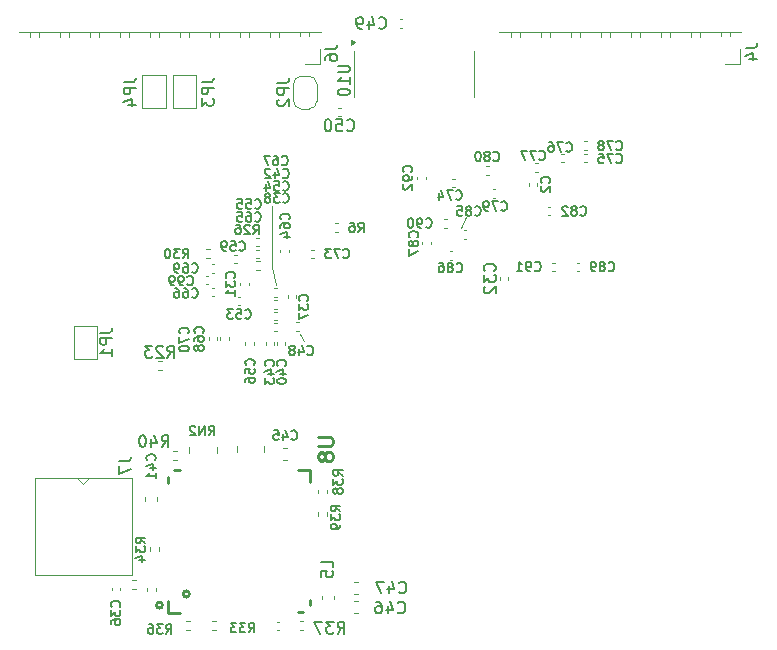
<source format=gbr>
%TF.GenerationSoftware,KiCad,Pcbnew,8.0.2-1*%
%TF.CreationDate,2024-06-14T18:00:13+02:00*%
%TF.ProjectId,hardware,68617264-7761-4726-952e-6b696361645f,rev?*%
%TF.SameCoordinates,Original*%
%TF.FileFunction,Legend,Bot*%
%TF.FilePolarity,Positive*%
%FSLAX46Y46*%
G04 Gerber Fmt 4.6, Leading zero omitted, Abs format (unit mm)*
G04 Created by KiCad (PCBNEW 8.0.2-1) date 2024-06-14 18:00:13*
%MOMM*%
%LPD*%
G01*
G04 APERTURE LIST*
%ADD10C,0.120000*%
%ADD11C,0.150000*%
%ADD12C,0.254000*%
G04 APERTURE END LIST*
D10*
X115506500Y-105600500D02*
X115824000Y-107124500D01*
X115506500Y-100457000D02*
X115506500Y-105600500D01*
X131889500Y-101409500D02*
X131508500Y-102298500D01*
X118173500Y-111887000D02*
X117856000Y-111315500D01*
D11*
X138986104Y-98466667D02*
X139024200Y-98428571D01*
X139024200Y-98428571D02*
X139062295Y-98314286D01*
X139062295Y-98314286D02*
X139062295Y-98238095D01*
X139062295Y-98238095D02*
X139024200Y-98123809D01*
X139024200Y-98123809D02*
X138948009Y-98047619D01*
X138948009Y-98047619D02*
X138871819Y-98009524D01*
X138871819Y-98009524D02*
X138719438Y-97971428D01*
X138719438Y-97971428D02*
X138605152Y-97971428D01*
X138605152Y-97971428D02*
X138452771Y-98009524D01*
X138452771Y-98009524D02*
X138376580Y-98047619D01*
X138376580Y-98047619D02*
X138300390Y-98123809D01*
X138300390Y-98123809D02*
X138262295Y-98238095D01*
X138262295Y-98238095D02*
X138262295Y-98314286D01*
X138262295Y-98314286D02*
X138300390Y-98428571D01*
X138300390Y-98428571D02*
X138338485Y-98466667D01*
X138338485Y-98771428D02*
X138300390Y-98809524D01*
X138300390Y-98809524D02*
X138262295Y-98885714D01*
X138262295Y-98885714D02*
X138262295Y-99076190D01*
X138262295Y-99076190D02*
X138300390Y-99152381D01*
X138300390Y-99152381D02*
X138338485Y-99190476D01*
X138338485Y-99190476D02*
X138414676Y-99228571D01*
X138414676Y-99228571D02*
X138490866Y-99228571D01*
X138490866Y-99228571D02*
X138605152Y-99190476D01*
X138605152Y-99190476D02*
X139062295Y-98733333D01*
X139062295Y-98733333D02*
X139062295Y-99228571D01*
X112283104Y-106534014D02*
X112321200Y-106495918D01*
X112321200Y-106495918D02*
X112359295Y-106381633D01*
X112359295Y-106381633D02*
X112359295Y-106305442D01*
X112359295Y-106305442D02*
X112321200Y-106191156D01*
X112321200Y-106191156D02*
X112245009Y-106114966D01*
X112245009Y-106114966D02*
X112168819Y-106076871D01*
X112168819Y-106076871D02*
X112016438Y-106038775D01*
X112016438Y-106038775D02*
X111902152Y-106038775D01*
X111902152Y-106038775D02*
X111749771Y-106076871D01*
X111749771Y-106076871D02*
X111673580Y-106114966D01*
X111673580Y-106114966D02*
X111597390Y-106191156D01*
X111597390Y-106191156D02*
X111559295Y-106305442D01*
X111559295Y-106305442D02*
X111559295Y-106381633D01*
X111559295Y-106381633D02*
X111597390Y-106495918D01*
X111597390Y-106495918D02*
X111635485Y-106534014D01*
X111559295Y-106800680D02*
X111559295Y-107295918D01*
X111559295Y-107295918D02*
X111864057Y-107029252D01*
X111864057Y-107029252D02*
X111864057Y-107143537D01*
X111864057Y-107143537D02*
X111902152Y-107219728D01*
X111902152Y-107219728D02*
X111940247Y-107257823D01*
X111940247Y-107257823D02*
X112016438Y-107295918D01*
X112016438Y-107295918D02*
X112206914Y-107295918D01*
X112206914Y-107295918D02*
X112283104Y-107257823D01*
X112283104Y-107257823D02*
X112321200Y-107219728D01*
X112321200Y-107219728D02*
X112359295Y-107143537D01*
X112359295Y-107143537D02*
X112359295Y-106914966D01*
X112359295Y-106914966D02*
X112321200Y-106838775D01*
X112321200Y-106838775D02*
X112283104Y-106800680D01*
X112359295Y-108057823D02*
X112359295Y-107600680D01*
X112359295Y-107829252D02*
X111559295Y-107829252D01*
X111559295Y-107829252D02*
X111673580Y-107753061D01*
X111673580Y-107753061D02*
X111749771Y-107676871D01*
X111749771Y-107676871D02*
X111787866Y-107600680D01*
X116401785Y-100108104D02*
X116439881Y-100146200D01*
X116439881Y-100146200D02*
X116554166Y-100184295D01*
X116554166Y-100184295D02*
X116630357Y-100184295D01*
X116630357Y-100184295D02*
X116744643Y-100146200D01*
X116744643Y-100146200D02*
X116820833Y-100070009D01*
X116820833Y-100070009D02*
X116858928Y-99993819D01*
X116858928Y-99993819D02*
X116897024Y-99841438D01*
X116897024Y-99841438D02*
X116897024Y-99727152D01*
X116897024Y-99727152D02*
X116858928Y-99574771D01*
X116858928Y-99574771D02*
X116820833Y-99498580D01*
X116820833Y-99498580D02*
X116744643Y-99422390D01*
X116744643Y-99422390D02*
X116630357Y-99384295D01*
X116630357Y-99384295D02*
X116554166Y-99384295D01*
X116554166Y-99384295D02*
X116439881Y-99422390D01*
X116439881Y-99422390D02*
X116401785Y-99460485D01*
X116135119Y-99384295D02*
X115639881Y-99384295D01*
X115639881Y-99384295D02*
X115906547Y-99689057D01*
X115906547Y-99689057D02*
X115792262Y-99689057D01*
X115792262Y-99689057D02*
X115716071Y-99727152D01*
X115716071Y-99727152D02*
X115677976Y-99765247D01*
X115677976Y-99765247D02*
X115639881Y-99841438D01*
X115639881Y-99841438D02*
X115639881Y-100031914D01*
X115639881Y-100031914D02*
X115677976Y-100108104D01*
X115677976Y-100108104D02*
X115716071Y-100146200D01*
X115716071Y-100146200D02*
X115792262Y-100184295D01*
X115792262Y-100184295D02*
X116020833Y-100184295D01*
X116020833Y-100184295D02*
X116097024Y-100146200D01*
X116097024Y-100146200D02*
X116135119Y-100108104D01*
X115182738Y-99727152D02*
X115258928Y-99689057D01*
X115258928Y-99689057D02*
X115297023Y-99650961D01*
X115297023Y-99650961D02*
X115335119Y-99574771D01*
X115335119Y-99574771D02*
X115335119Y-99536676D01*
X115335119Y-99536676D02*
X115297023Y-99460485D01*
X115297023Y-99460485D02*
X115258928Y-99422390D01*
X115258928Y-99422390D02*
X115182738Y-99384295D01*
X115182738Y-99384295D02*
X115030357Y-99384295D01*
X115030357Y-99384295D02*
X114954166Y-99422390D01*
X114954166Y-99422390D02*
X114916071Y-99460485D01*
X114916071Y-99460485D02*
X114877976Y-99536676D01*
X114877976Y-99536676D02*
X114877976Y-99574771D01*
X114877976Y-99574771D02*
X114916071Y-99650961D01*
X114916071Y-99650961D02*
X114954166Y-99689057D01*
X114954166Y-99689057D02*
X115030357Y-99727152D01*
X115030357Y-99727152D02*
X115182738Y-99727152D01*
X115182738Y-99727152D02*
X115258928Y-99765247D01*
X115258928Y-99765247D02*
X115297023Y-99803342D01*
X115297023Y-99803342D02*
X115335119Y-99879533D01*
X115335119Y-99879533D02*
X115335119Y-100031914D01*
X115335119Y-100031914D02*
X115297023Y-100108104D01*
X115297023Y-100108104D02*
X115258928Y-100146200D01*
X115258928Y-100146200D02*
X115182738Y-100184295D01*
X115182738Y-100184295D02*
X115030357Y-100184295D01*
X115030357Y-100184295D02*
X114954166Y-100146200D01*
X114954166Y-100146200D02*
X114916071Y-100108104D01*
X114916071Y-100108104D02*
X114877976Y-100031914D01*
X114877976Y-100031914D02*
X114877976Y-99879533D01*
X114877976Y-99879533D02*
X114916071Y-99803342D01*
X114916071Y-99803342D02*
X114954166Y-99765247D01*
X114954166Y-99765247D02*
X115030357Y-99727152D01*
X116401785Y-98012604D02*
X116439881Y-98050700D01*
X116439881Y-98050700D02*
X116554166Y-98088795D01*
X116554166Y-98088795D02*
X116630357Y-98088795D01*
X116630357Y-98088795D02*
X116744643Y-98050700D01*
X116744643Y-98050700D02*
X116820833Y-97974509D01*
X116820833Y-97974509D02*
X116858928Y-97898319D01*
X116858928Y-97898319D02*
X116897024Y-97745938D01*
X116897024Y-97745938D02*
X116897024Y-97631652D01*
X116897024Y-97631652D02*
X116858928Y-97479271D01*
X116858928Y-97479271D02*
X116820833Y-97403080D01*
X116820833Y-97403080D02*
X116744643Y-97326890D01*
X116744643Y-97326890D02*
X116630357Y-97288795D01*
X116630357Y-97288795D02*
X116554166Y-97288795D01*
X116554166Y-97288795D02*
X116439881Y-97326890D01*
X116439881Y-97326890D02*
X116401785Y-97364985D01*
X115716071Y-97555461D02*
X115716071Y-98088795D01*
X115906547Y-97250700D02*
X116097024Y-97822128D01*
X116097024Y-97822128D02*
X115601785Y-97822128D01*
X115335119Y-97364985D02*
X115297023Y-97326890D01*
X115297023Y-97326890D02*
X115220833Y-97288795D01*
X115220833Y-97288795D02*
X115030357Y-97288795D01*
X115030357Y-97288795D02*
X114954166Y-97326890D01*
X114954166Y-97326890D02*
X114916071Y-97364985D01*
X114916071Y-97364985D02*
X114877976Y-97441176D01*
X114877976Y-97441176D02*
X114877976Y-97517366D01*
X114877976Y-97517366D02*
X114916071Y-97631652D01*
X114916071Y-97631652D02*
X115373214Y-98088795D01*
X115373214Y-98088795D02*
X114877976Y-98088795D01*
X115602104Y-113976214D02*
X115640200Y-113938118D01*
X115640200Y-113938118D02*
X115678295Y-113823833D01*
X115678295Y-113823833D02*
X115678295Y-113747642D01*
X115678295Y-113747642D02*
X115640200Y-113633356D01*
X115640200Y-113633356D02*
X115564009Y-113557166D01*
X115564009Y-113557166D02*
X115487819Y-113519071D01*
X115487819Y-113519071D02*
X115335438Y-113480975D01*
X115335438Y-113480975D02*
X115221152Y-113480975D01*
X115221152Y-113480975D02*
X115068771Y-113519071D01*
X115068771Y-113519071D02*
X114992580Y-113557166D01*
X114992580Y-113557166D02*
X114916390Y-113633356D01*
X114916390Y-113633356D02*
X114878295Y-113747642D01*
X114878295Y-113747642D02*
X114878295Y-113823833D01*
X114878295Y-113823833D02*
X114916390Y-113938118D01*
X114916390Y-113938118D02*
X114954485Y-113976214D01*
X115144961Y-114661928D02*
X115678295Y-114661928D01*
X114840200Y-114471452D02*
X115411628Y-114280975D01*
X115411628Y-114280975D02*
X115411628Y-114776214D01*
X114878295Y-115004785D02*
X114878295Y-115500023D01*
X114878295Y-115500023D02*
X115183057Y-115233357D01*
X115183057Y-115233357D02*
X115183057Y-115347642D01*
X115183057Y-115347642D02*
X115221152Y-115423833D01*
X115221152Y-115423833D02*
X115259247Y-115461928D01*
X115259247Y-115461928D02*
X115335438Y-115500023D01*
X115335438Y-115500023D02*
X115525914Y-115500023D01*
X115525914Y-115500023D02*
X115602104Y-115461928D01*
X115602104Y-115461928D02*
X115640200Y-115423833D01*
X115640200Y-115423833D02*
X115678295Y-115347642D01*
X115678295Y-115347642D02*
X115678295Y-115119071D01*
X115678295Y-115119071D02*
X115640200Y-115042880D01*
X115640200Y-115042880D02*
X115602104Y-115004785D01*
X118497285Y-112998604D02*
X118535381Y-113036700D01*
X118535381Y-113036700D02*
X118649666Y-113074795D01*
X118649666Y-113074795D02*
X118725857Y-113074795D01*
X118725857Y-113074795D02*
X118840143Y-113036700D01*
X118840143Y-113036700D02*
X118916333Y-112960509D01*
X118916333Y-112960509D02*
X118954428Y-112884319D01*
X118954428Y-112884319D02*
X118992524Y-112731938D01*
X118992524Y-112731938D02*
X118992524Y-112617652D01*
X118992524Y-112617652D02*
X118954428Y-112465271D01*
X118954428Y-112465271D02*
X118916333Y-112389080D01*
X118916333Y-112389080D02*
X118840143Y-112312890D01*
X118840143Y-112312890D02*
X118725857Y-112274795D01*
X118725857Y-112274795D02*
X118649666Y-112274795D01*
X118649666Y-112274795D02*
X118535381Y-112312890D01*
X118535381Y-112312890D02*
X118497285Y-112350985D01*
X117811571Y-112541461D02*
X117811571Y-113074795D01*
X118002047Y-112236700D02*
X118192524Y-112808128D01*
X118192524Y-112808128D02*
X117697285Y-112808128D01*
X117278238Y-112617652D02*
X117354428Y-112579557D01*
X117354428Y-112579557D02*
X117392523Y-112541461D01*
X117392523Y-112541461D02*
X117430619Y-112465271D01*
X117430619Y-112465271D02*
X117430619Y-112427176D01*
X117430619Y-112427176D02*
X117392523Y-112350985D01*
X117392523Y-112350985D02*
X117354428Y-112312890D01*
X117354428Y-112312890D02*
X117278238Y-112274795D01*
X117278238Y-112274795D02*
X117125857Y-112274795D01*
X117125857Y-112274795D02*
X117049666Y-112312890D01*
X117049666Y-112312890D02*
X117011571Y-112350985D01*
X117011571Y-112350985D02*
X116973476Y-112427176D01*
X116973476Y-112427176D02*
X116973476Y-112465271D01*
X116973476Y-112465271D02*
X117011571Y-112541461D01*
X117011571Y-112541461D02*
X117049666Y-112579557D01*
X117049666Y-112579557D02*
X117125857Y-112617652D01*
X117125857Y-112617652D02*
X117278238Y-112617652D01*
X117278238Y-112617652D02*
X117354428Y-112655747D01*
X117354428Y-112655747D02*
X117392523Y-112693842D01*
X117392523Y-112693842D02*
X117430619Y-112770033D01*
X117430619Y-112770033D02*
X117430619Y-112922414D01*
X117430619Y-112922414D02*
X117392523Y-112998604D01*
X117392523Y-112998604D02*
X117354428Y-113036700D01*
X117354428Y-113036700D02*
X117278238Y-113074795D01*
X117278238Y-113074795D02*
X117125857Y-113074795D01*
X117125857Y-113074795D02*
X117049666Y-113036700D01*
X117049666Y-113036700D02*
X117011571Y-112998604D01*
X117011571Y-112998604D02*
X116973476Y-112922414D01*
X116973476Y-112922414D02*
X116973476Y-112770033D01*
X116973476Y-112770033D02*
X117011571Y-112693842D01*
X117011571Y-112693842D02*
X117049666Y-112655747D01*
X117049666Y-112655747D02*
X117125857Y-112617652D01*
X113214085Y-109929504D02*
X113252181Y-109967600D01*
X113252181Y-109967600D02*
X113366466Y-110005695D01*
X113366466Y-110005695D02*
X113442657Y-110005695D01*
X113442657Y-110005695D02*
X113556943Y-109967600D01*
X113556943Y-109967600D02*
X113633133Y-109891409D01*
X113633133Y-109891409D02*
X113671228Y-109815219D01*
X113671228Y-109815219D02*
X113709324Y-109662838D01*
X113709324Y-109662838D02*
X113709324Y-109548552D01*
X113709324Y-109548552D02*
X113671228Y-109396171D01*
X113671228Y-109396171D02*
X113633133Y-109319980D01*
X113633133Y-109319980D02*
X113556943Y-109243790D01*
X113556943Y-109243790D02*
X113442657Y-109205695D01*
X113442657Y-109205695D02*
X113366466Y-109205695D01*
X113366466Y-109205695D02*
X113252181Y-109243790D01*
X113252181Y-109243790D02*
X113214085Y-109281885D01*
X112490276Y-109205695D02*
X112871228Y-109205695D01*
X112871228Y-109205695D02*
X112909324Y-109586647D01*
X112909324Y-109586647D02*
X112871228Y-109548552D01*
X112871228Y-109548552D02*
X112795038Y-109510457D01*
X112795038Y-109510457D02*
X112604562Y-109510457D01*
X112604562Y-109510457D02*
X112528371Y-109548552D01*
X112528371Y-109548552D02*
X112490276Y-109586647D01*
X112490276Y-109586647D02*
X112452181Y-109662838D01*
X112452181Y-109662838D02*
X112452181Y-109853314D01*
X112452181Y-109853314D02*
X112490276Y-109929504D01*
X112490276Y-109929504D02*
X112528371Y-109967600D01*
X112528371Y-109967600D02*
X112604562Y-110005695D01*
X112604562Y-110005695D02*
X112795038Y-110005695D01*
X112795038Y-110005695D02*
X112871228Y-109967600D01*
X112871228Y-109967600D02*
X112909324Y-109929504D01*
X112185514Y-109205695D02*
X111690276Y-109205695D01*
X111690276Y-109205695D02*
X111956942Y-109510457D01*
X111956942Y-109510457D02*
X111842657Y-109510457D01*
X111842657Y-109510457D02*
X111766466Y-109548552D01*
X111766466Y-109548552D02*
X111728371Y-109586647D01*
X111728371Y-109586647D02*
X111690276Y-109662838D01*
X111690276Y-109662838D02*
X111690276Y-109853314D01*
X111690276Y-109853314D02*
X111728371Y-109929504D01*
X111728371Y-109929504D02*
X111766466Y-109967600D01*
X111766466Y-109967600D02*
X111842657Y-110005695D01*
X111842657Y-110005695D02*
X112071228Y-110005695D01*
X112071228Y-110005695D02*
X112147419Y-109967600D01*
X112147419Y-109967600D02*
X112185514Y-109929504D01*
X116401785Y-99092104D02*
X116439881Y-99130200D01*
X116439881Y-99130200D02*
X116554166Y-99168295D01*
X116554166Y-99168295D02*
X116630357Y-99168295D01*
X116630357Y-99168295D02*
X116744643Y-99130200D01*
X116744643Y-99130200D02*
X116820833Y-99054009D01*
X116820833Y-99054009D02*
X116858928Y-98977819D01*
X116858928Y-98977819D02*
X116897024Y-98825438D01*
X116897024Y-98825438D02*
X116897024Y-98711152D01*
X116897024Y-98711152D02*
X116858928Y-98558771D01*
X116858928Y-98558771D02*
X116820833Y-98482580D01*
X116820833Y-98482580D02*
X116744643Y-98406390D01*
X116744643Y-98406390D02*
X116630357Y-98368295D01*
X116630357Y-98368295D02*
X116554166Y-98368295D01*
X116554166Y-98368295D02*
X116439881Y-98406390D01*
X116439881Y-98406390D02*
X116401785Y-98444485D01*
X115677976Y-98368295D02*
X116058928Y-98368295D01*
X116058928Y-98368295D02*
X116097024Y-98749247D01*
X116097024Y-98749247D02*
X116058928Y-98711152D01*
X116058928Y-98711152D02*
X115982738Y-98673057D01*
X115982738Y-98673057D02*
X115792262Y-98673057D01*
X115792262Y-98673057D02*
X115716071Y-98711152D01*
X115716071Y-98711152D02*
X115677976Y-98749247D01*
X115677976Y-98749247D02*
X115639881Y-98825438D01*
X115639881Y-98825438D02*
X115639881Y-99015914D01*
X115639881Y-99015914D02*
X115677976Y-99092104D01*
X115677976Y-99092104D02*
X115716071Y-99130200D01*
X115716071Y-99130200D02*
X115792262Y-99168295D01*
X115792262Y-99168295D02*
X115982738Y-99168295D01*
X115982738Y-99168295D02*
X116058928Y-99130200D01*
X116058928Y-99130200D02*
X116097024Y-99092104D01*
X114954166Y-98634961D02*
X114954166Y-99168295D01*
X115144642Y-98330200D02*
X115335119Y-98901628D01*
X115335119Y-98901628D02*
X114839880Y-98901628D01*
X114052285Y-100616104D02*
X114090381Y-100654200D01*
X114090381Y-100654200D02*
X114204666Y-100692295D01*
X114204666Y-100692295D02*
X114280857Y-100692295D01*
X114280857Y-100692295D02*
X114395143Y-100654200D01*
X114395143Y-100654200D02*
X114471333Y-100578009D01*
X114471333Y-100578009D02*
X114509428Y-100501819D01*
X114509428Y-100501819D02*
X114547524Y-100349438D01*
X114547524Y-100349438D02*
X114547524Y-100235152D01*
X114547524Y-100235152D02*
X114509428Y-100082771D01*
X114509428Y-100082771D02*
X114471333Y-100006580D01*
X114471333Y-100006580D02*
X114395143Y-99930390D01*
X114395143Y-99930390D02*
X114280857Y-99892295D01*
X114280857Y-99892295D02*
X114204666Y-99892295D01*
X114204666Y-99892295D02*
X114090381Y-99930390D01*
X114090381Y-99930390D02*
X114052285Y-99968485D01*
X113328476Y-99892295D02*
X113709428Y-99892295D01*
X113709428Y-99892295D02*
X113747524Y-100273247D01*
X113747524Y-100273247D02*
X113709428Y-100235152D01*
X113709428Y-100235152D02*
X113633238Y-100197057D01*
X113633238Y-100197057D02*
X113442762Y-100197057D01*
X113442762Y-100197057D02*
X113366571Y-100235152D01*
X113366571Y-100235152D02*
X113328476Y-100273247D01*
X113328476Y-100273247D02*
X113290381Y-100349438D01*
X113290381Y-100349438D02*
X113290381Y-100539914D01*
X113290381Y-100539914D02*
X113328476Y-100616104D01*
X113328476Y-100616104D02*
X113366571Y-100654200D01*
X113366571Y-100654200D02*
X113442762Y-100692295D01*
X113442762Y-100692295D02*
X113633238Y-100692295D01*
X113633238Y-100692295D02*
X113709428Y-100654200D01*
X113709428Y-100654200D02*
X113747524Y-100616104D01*
X112566571Y-99892295D02*
X112947523Y-99892295D01*
X112947523Y-99892295D02*
X112985619Y-100273247D01*
X112985619Y-100273247D02*
X112947523Y-100235152D01*
X112947523Y-100235152D02*
X112871333Y-100197057D01*
X112871333Y-100197057D02*
X112680857Y-100197057D01*
X112680857Y-100197057D02*
X112604666Y-100235152D01*
X112604666Y-100235152D02*
X112566571Y-100273247D01*
X112566571Y-100273247D02*
X112528476Y-100349438D01*
X112528476Y-100349438D02*
X112528476Y-100539914D01*
X112528476Y-100539914D02*
X112566571Y-100616104D01*
X112566571Y-100616104D02*
X112604666Y-100654200D01*
X112604666Y-100654200D02*
X112680857Y-100692295D01*
X112680857Y-100692295D02*
X112871333Y-100692295D01*
X112871333Y-100692295D02*
X112947523Y-100654200D01*
X112947523Y-100654200D02*
X112985619Y-100616104D01*
X112718785Y-104172104D02*
X112756881Y-104210200D01*
X112756881Y-104210200D02*
X112871166Y-104248295D01*
X112871166Y-104248295D02*
X112947357Y-104248295D01*
X112947357Y-104248295D02*
X113061643Y-104210200D01*
X113061643Y-104210200D02*
X113137833Y-104134009D01*
X113137833Y-104134009D02*
X113175928Y-104057819D01*
X113175928Y-104057819D02*
X113214024Y-103905438D01*
X113214024Y-103905438D02*
X113214024Y-103791152D01*
X113214024Y-103791152D02*
X113175928Y-103638771D01*
X113175928Y-103638771D02*
X113137833Y-103562580D01*
X113137833Y-103562580D02*
X113061643Y-103486390D01*
X113061643Y-103486390D02*
X112947357Y-103448295D01*
X112947357Y-103448295D02*
X112871166Y-103448295D01*
X112871166Y-103448295D02*
X112756881Y-103486390D01*
X112756881Y-103486390D02*
X112718785Y-103524485D01*
X111994976Y-103448295D02*
X112375928Y-103448295D01*
X112375928Y-103448295D02*
X112414024Y-103829247D01*
X112414024Y-103829247D02*
X112375928Y-103791152D01*
X112375928Y-103791152D02*
X112299738Y-103753057D01*
X112299738Y-103753057D02*
X112109262Y-103753057D01*
X112109262Y-103753057D02*
X112033071Y-103791152D01*
X112033071Y-103791152D02*
X111994976Y-103829247D01*
X111994976Y-103829247D02*
X111956881Y-103905438D01*
X111956881Y-103905438D02*
X111956881Y-104095914D01*
X111956881Y-104095914D02*
X111994976Y-104172104D01*
X111994976Y-104172104D02*
X112033071Y-104210200D01*
X112033071Y-104210200D02*
X112109262Y-104248295D01*
X112109262Y-104248295D02*
X112299738Y-104248295D01*
X112299738Y-104248295D02*
X112375928Y-104210200D01*
X112375928Y-104210200D02*
X112414024Y-104172104D01*
X111575928Y-104248295D02*
X111423547Y-104248295D01*
X111423547Y-104248295D02*
X111347357Y-104210200D01*
X111347357Y-104210200D02*
X111309261Y-104172104D01*
X111309261Y-104172104D02*
X111233071Y-104057819D01*
X111233071Y-104057819D02*
X111194976Y-103905438D01*
X111194976Y-103905438D02*
X111194976Y-103600676D01*
X111194976Y-103600676D02*
X111233071Y-103524485D01*
X111233071Y-103524485D02*
X111271166Y-103486390D01*
X111271166Y-103486390D02*
X111347357Y-103448295D01*
X111347357Y-103448295D02*
X111499738Y-103448295D01*
X111499738Y-103448295D02*
X111575928Y-103486390D01*
X111575928Y-103486390D02*
X111614023Y-103524485D01*
X111614023Y-103524485D02*
X111652119Y-103600676D01*
X111652119Y-103600676D02*
X111652119Y-103791152D01*
X111652119Y-103791152D02*
X111614023Y-103867342D01*
X111614023Y-103867342D02*
X111575928Y-103905438D01*
X111575928Y-103905438D02*
X111499738Y-103943533D01*
X111499738Y-103943533D02*
X111347357Y-103943533D01*
X111347357Y-103943533D02*
X111271166Y-103905438D01*
X111271166Y-103905438D02*
X111233071Y-103867342D01*
X111233071Y-103867342D02*
X111194976Y-103791152D01*
X116935604Y-101593714D02*
X116973700Y-101555618D01*
X116973700Y-101555618D02*
X117011795Y-101441333D01*
X117011795Y-101441333D02*
X117011795Y-101365142D01*
X117011795Y-101365142D02*
X116973700Y-101250856D01*
X116973700Y-101250856D02*
X116897509Y-101174666D01*
X116897509Y-101174666D02*
X116821319Y-101136571D01*
X116821319Y-101136571D02*
X116668938Y-101098475D01*
X116668938Y-101098475D02*
X116554652Y-101098475D01*
X116554652Y-101098475D02*
X116402271Y-101136571D01*
X116402271Y-101136571D02*
X116326080Y-101174666D01*
X116326080Y-101174666D02*
X116249890Y-101250856D01*
X116249890Y-101250856D02*
X116211795Y-101365142D01*
X116211795Y-101365142D02*
X116211795Y-101441333D01*
X116211795Y-101441333D02*
X116249890Y-101555618D01*
X116249890Y-101555618D02*
X116287985Y-101593714D01*
X116211795Y-102279428D02*
X116211795Y-102127047D01*
X116211795Y-102127047D02*
X116249890Y-102050856D01*
X116249890Y-102050856D02*
X116287985Y-102012761D01*
X116287985Y-102012761D02*
X116402271Y-101936571D01*
X116402271Y-101936571D02*
X116554652Y-101898475D01*
X116554652Y-101898475D02*
X116859414Y-101898475D01*
X116859414Y-101898475D02*
X116935604Y-101936571D01*
X116935604Y-101936571D02*
X116973700Y-101974666D01*
X116973700Y-101974666D02*
X117011795Y-102050856D01*
X117011795Y-102050856D02*
X117011795Y-102203237D01*
X117011795Y-102203237D02*
X116973700Y-102279428D01*
X116973700Y-102279428D02*
X116935604Y-102317523D01*
X116935604Y-102317523D02*
X116859414Y-102355618D01*
X116859414Y-102355618D02*
X116668938Y-102355618D01*
X116668938Y-102355618D02*
X116592747Y-102317523D01*
X116592747Y-102317523D02*
X116554652Y-102279428D01*
X116554652Y-102279428D02*
X116516557Y-102203237D01*
X116516557Y-102203237D02*
X116516557Y-102050856D01*
X116516557Y-102050856D02*
X116554652Y-101974666D01*
X116554652Y-101974666D02*
X116592747Y-101936571D01*
X116592747Y-101936571D02*
X116668938Y-101898475D01*
X116478461Y-103041333D02*
X117011795Y-103041333D01*
X116173700Y-102850857D02*
X116745128Y-102660380D01*
X116745128Y-102660380D02*
X116745128Y-103155619D01*
X108708125Y-108144664D02*
X108746221Y-108182760D01*
X108746221Y-108182760D02*
X108860506Y-108220855D01*
X108860506Y-108220855D02*
X108936697Y-108220855D01*
X108936697Y-108220855D02*
X109050983Y-108182760D01*
X109050983Y-108182760D02*
X109127173Y-108106569D01*
X109127173Y-108106569D02*
X109165268Y-108030379D01*
X109165268Y-108030379D02*
X109203364Y-107877998D01*
X109203364Y-107877998D02*
X109203364Y-107763712D01*
X109203364Y-107763712D02*
X109165268Y-107611331D01*
X109165268Y-107611331D02*
X109127173Y-107535140D01*
X109127173Y-107535140D02*
X109050983Y-107458950D01*
X109050983Y-107458950D02*
X108936697Y-107420855D01*
X108936697Y-107420855D02*
X108860506Y-107420855D01*
X108860506Y-107420855D02*
X108746221Y-107458950D01*
X108746221Y-107458950D02*
X108708125Y-107497045D01*
X108022411Y-107420855D02*
X108174792Y-107420855D01*
X108174792Y-107420855D02*
X108250983Y-107458950D01*
X108250983Y-107458950D02*
X108289078Y-107497045D01*
X108289078Y-107497045D02*
X108365268Y-107611331D01*
X108365268Y-107611331D02*
X108403364Y-107763712D01*
X108403364Y-107763712D02*
X108403364Y-108068474D01*
X108403364Y-108068474D02*
X108365268Y-108144664D01*
X108365268Y-108144664D02*
X108327173Y-108182760D01*
X108327173Y-108182760D02*
X108250983Y-108220855D01*
X108250983Y-108220855D02*
X108098602Y-108220855D01*
X108098602Y-108220855D02*
X108022411Y-108182760D01*
X108022411Y-108182760D02*
X107984316Y-108144664D01*
X107984316Y-108144664D02*
X107946221Y-108068474D01*
X107946221Y-108068474D02*
X107946221Y-107877998D01*
X107946221Y-107877998D02*
X107984316Y-107801807D01*
X107984316Y-107801807D02*
X108022411Y-107763712D01*
X108022411Y-107763712D02*
X108098602Y-107725617D01*
X108098602Y-107725617D02*
X108250983Y-107725617D01*
X108250983Y-107725617D02*
X108327173Y-107763712D01*
X108327173Y-107763712D02*
X108365268Y-107801807D01*
X108365268Y-107801807D02*
X108403364Y-107877998D01*
X107260506Y-107420855D02*
X107412887Y-107420855D01*
X107412887Y-107420855D02*
X107489078Y-107458950D01*
X107489078Y-107458950D02*
X107527173Y-107497045D01*
X107527173Y-107497045D02*
X107603363Y-107611331D01*
X107603363Y-107611331D02*
X107641459Y-107763712D01*
X107641459Y-107763712D02*
X107641459Y-108068474D01*
X107641459Y-108068474D02*
X107603363Y-108144664D01*
X107603363Y-108144664D02*
X107565268Y-108182760D01*
X107565268Y-108182760D02*
X107489078Y-108220855D01*
X107489078Y-108220855D02*
X107336697Y-108220855D01*
X107336697Y-108220855D02*
X107260506Y-108182760D01*
X107260506Y-108182760D02*
X107222411Y-108144664D01*
X107222411Y-108144664D02*
X107184316Y-108068474D01*
X107184316Y-108068474D02*
X107184316Y-107877998D01*
X107184316Y-107877998D02*
X107222411Y-107801807D01*
X107222411Y-107801807D02*
X107260506Y-107763712D01*
X107260506Y-107763712D02*
X107336697Y-107725617D01*
X107336697Y-107725617D02*
X107489078Y-107725617D01*
X107489078Y-107725617D02*
X107565268Y-107763712D01*
X107565268Y-107763712D02*
X107603363Y-107801807D01*
X107603363Y-107801807D02*
X107641459Y-107877998D01*
X116338285Y-96933104D02*
X116376381Y-96971200D01*
X116376381Y-96971200D02*
X116490666Y-97009295D01*
X116490666Y-97009295D02*
X116566857Y-97009295D01*
X116566857Y-97009295D02*
X116681143Y-96971200D01*
X116681143Y-96971200D02*
X116757333Y-96895009D01*
X116757333Y-96895009D02*
X116795428Y-96818819D01*
X116795428Y-96818819D02*
X116833524Y-96666438D01*
X116833524Y-96666438D02*
X116833524Y-96552152D01*
X116833524Y-96552152D02*
X116795428Y-96399771D01*
X116795428Y-96399771D02*
X116757333Y-96323580D01*
X116757333Y-96323580D02*
X116681143Y-96247390D01*
X116681143Y-96247390D02*
X116566857Y-96209295D01*
X116566857Y-96209295D02*
X116490666Y-96209295D01*
X116490666Y-96209295D02*
X116376381Y-96247390D01*
X116376381Y-96247390D02*
X116338285Y-96285485D01*
X115652571Y-96209295D02*
X115804952Y-96209295D01*
X115804952Y-96209295D02*
X115881143Y-96247390D01*
X115881143Y-96247390D02*
X115919238Y-96285485D01*
X115919238Y-96285485D02*
X115995428Y-96399771D01*
X115995428Y-96399771D02*
X116033524Y-96552152D01*
X116033524Y-96552152D02*
X116033524Y-96856914D01*
X116033524Y-96856914D02*
X115995428Y-96933104D01*
X115995428Y-96933104D02*
X115957333Y-96971200D01*
X115957333Y-96971200D02*
X115881143Y-97009295D01*
X115881143Y-97009295D02*
X115728762Y-97009295D01*
X115728762Y-97009295D02*
X115652571Y-96971200D01*
X115652571Y-96971200D02*
X115614476Y-96933104D01*
X115614476Y-96933104D02*
X115576381Y-96856914D01*
X115576381Y-96856914D02*
X115576381Y-96666438D01*
X115576381Y-96666438D02*
X115614476Y-96590247D01*
X115614476Y-96590247D02*
X115652571Y-96552152D01*
X115652571Y-96552152D02*
X115728762Y-96514057D01*
X115728762Y-96514057D02*
X115881143Y-96514057D01*
X115881143Y-96514057D02*
X115957333Y-96552152D01*
X115957333Y-96552152D02*
X115995428Y-96590247D01*
X115995428Y-96590247D02*
X116033524Y-96666438D01*
X115309714Y-96209295D02*
X114776380Y-96209295D01*
X114776380Y-96209295D02*
X115119238Y-97009295D01*
X109633104Y-111182214D02*
X109671200Y-111144118D01*
X109671200Y-111144118D02*
X109709295Y-111029833D01*
X109709295Y-111029833D02*
X109709295Y-110953642D01*
X109709295Y-110953642D02*
X109671200Y-110839356D01*
X109671200Y-110839356D02*
X109595009Y-110763166D01*
X109595009Y-110763166D02*
X109518819Y-110725071D01*
X109518819Y-110725071D02*
X109366438Y-110686975D01*
X109366438Y-110686975D02*
X109252152Y-110686975D01*
X109252152Y-110686975D02*
X109099771Y-110725071D01*
X109099771Y-110725071D02*
X109023580Y-110763166D01*
X109023580Y-110763166D02*
X108947390Y-110839356D01*
X108947390Y-110839356D02*
X108909295Y-110953642D01*
X108909295Y-110953642D02*
X108909295Y-111029833D01*
X108909295Y-111029833D02*
X108947390Y-111144118D01*
X108947390Y-111144118D02*
X108985485Y-111182214D01*
X108909295Y-111867928D02*
X108909295Y-111715547D01*
X108909295Y-111715547D02*
X108947390Y-111639356D01*
X108947390Y-111639356D02*
X108985485Y-111601261D01*
X108985485Y-111601261D02*
X109099771Y-111525071D01*
X109099771Y-111525071D02*
X109252152Y-111486975D01*
X109252152Y-111486975D02*
X109556914Y-111486975D01*
X109556914Y-111486975D02*
X109633104Y-111525071D01*
X109633104Y-111525071D02*
X109671200Y-111563166D01*
X109671200Y-111563166D02*
X109709295Y-111639356D01*
X109709295Y-111639356D02*
X109709295Y-111791737D01*
X109709295Y-111791737D02*
X109671200Y-111867928D01*
X109671200Y-111867928D02*
X109633104Y-111906023D01*
X109633104Y-111906023D02*
X109556914Y-111944118D01*
X109556914Y-111944118D02*
X109366438Y-111944118D01*
X109366438Y-111944118D02*
X109290247Y-111906023D01*
X109290247Y-111906023D02*
X109252152Y-111867928D01*
X109252152Y-111867928D02*
X109214057Y-111791737D01*
X109214057Y-111791737D02*
X109214057Y-111639356D01*
X109214057Y-111639356D02*
X109252152Y-111563166D01*
X109252152Y-111563166D02*
X109290247Y-111525071D01*
X109290247Y-111525071D02*
X109366438Y-111486975D01*
X109252152Y-112401261D02*
X109214057Y-112325071D01*
X109214057Y-112325071D02*
X109175961Y-112286976D01*
X109175961Y-112286976D02*
X109099771Y-112248880D01*
X109099771Y-112248880D02*
X109061676Y-112248880D01*
X109061676Y-112248880D02*
X108985485Y-112286976D01*
X108985485Y-112286976D02*
X108947390Y-112325071D01*
X108947390Y-112325071D02*
X108909295Y-112401261D01*
X108909295Y-112401261D02*
X108909295Y-112553642D01*
X108909295Y-112553642D02*
X108947390Y-112629833D01*
X108947390Y-112629833D02*
X108985485Y-112667928D01*
X108985485Y-112667928D02*
X109061676Y-112706023D01*
X109061676Y-112706023D02*
X109099771Y-112706023D01*
X109099771Y-112706023D02*
X109175961Y-112667928D01*
X109175961Y-112667928D02*
X109214057Y-112629833D01*
X109214057Y-112629833D02*
X109252152Y-112553642D01*
X109252152Y-112553642D02*
X109252152Y-112401261D01*
X109252152Y-112401261D02*
X109290247Y-112325071D01*
X109290247Y-112325071D02*
X109328342Y-112286976D01*
X109328342Y-112286976D02*
X109404533Y-112248880D01*
X109404533Y-112248880D02*
X109556914Y-112248880D01*
X109556914Y-112248880D02*
X109633104Y-112286976D01*
X109633104Y-112286976D02*
X109671200Y-112325071D01*
X109671200Y-112325071D02*
X109709295Y-112401261D01*
X109709295Y-112401261D02*
X109709295Y-112553642D01*
X109709295Y-112553642D02*
X109671200Y-112629833D01*
X109671200Y-112629833D02*
X109633104Y-112667928D01*
X109633104Y-112667928D02*
X109556914Y-112706023D01*
X109556914Y-112706023D02*
X109404533Y-112706023D01*
X109404533Y-112706023D02*
X109328342Y-112667928D01*
X109328342Y-112667928D02*
X109290247Y-112629833D01*
X109290247Y-112629833D02*
X109252152Y-112553642D01*
X108718285Y-106013604D02*
X108756381Y-106051700D01*
X108756381Y-106051700D02*
X108870666Y-106089795D01*
X108870666Y-106089795D02*
X108946857Y-106089795D01*
X108946857Y-106089795D02*
X109061143Y-106051700D01*
X109061143Y-106051700D02*
X109137333Y-105975509D01*
X109137333Y-105975509D02*
X109175428Y-105899319D01*
X109175428Y-105899319D02*
X109213524Y-105746938D01*
X109213524Y-105746938D02*
X109213524Y-105632652D01*
X109213524Y-105632652D02*
X109175428Y-105480271D01*
X109175428Y-105480271D02*
X109137333Y-105404080D01*
X109137333Y-105404080D02*
X109061143Y-105327890D01*
X109061143Y-105327890D02*
X108946857Y-105289795D01*
X108946857Y-105289795D02*
X108870666Y-105289795D01*
X108870666Y-105289795D02*
X108756381Y-105327890D01*
X108756381Y-105327890D02*
X108718285Y-105365985D01*
X108032571Y-105289795D02*
X108184952Y-105289795D01*
X108184952Y-105289795D02*
X108261143Y-105327890D01*
X108261143Y-105327890D02*
X108299238Y-105365985D01*
X108299238Y-105365985D02*
X108375428Y-105480271D01*
X108375428Y-105480271D02*
X108413524Y-105632652D01*
X108413524Y-105632652D02*
X108413524Y-105937414D01*
X108413524Y-105937414D02*
X108375428Y-106013604D01*
X108375428Y-106013604D02*
X108337333Y-106051700D01*
X108337333Y-106051700D02*
X108261143Y-106089795D01*
X108261143Y-106089795D02*
X108108762Y-106089795D01*
X108108762Y-106089795D02*
X108032571Y-106051700D01*
X108032571Y-106051700D02*
X107994476Y-106013604D01*
X107994476Y-106013604D02*
X107956381Y-105937414D01*
X107956381Y-105937414D02*
X107956381Y-105746938D01*
X107956381Y-105746938D02*
X107994476Y-105670747D01*
X107994476Y-105670747D02*
X108032571Y-105632652D01*
X108032571Y-105632652D02*
X108108762Y-105594557D01*
X108108762Y-105594557D02*
X108261143Y-105594557D01*
X108261143Y-105594557D02*
X108337333Y-105632652D01*
X108337333Y-105632652D02*
X108375428Y-105670747D01*
X108375428Y-105670747D02*
X108413524Y-105746938D01*
X107575428Y-106089795D02*
X107423047Y-106089795D01*
X107423047Y-106089795D02*
X107346857Y-106051700D01*
X107346857Y-106051700D02*
X107308761Y-106013604D01*
X107308761Y-106013604D02*
X107232571Y-105899319D01*
X107232571Y-105899319D02*
X107194476Y-105746938D01*
X107194476Y-105746938D02*
X107194476Y-105442176D01*
X107194476Y-105442176D02*
X107232571Y-105365985D01*
X107232571Y-105365985D02*
X107270666Y-105327890D01*
X107270666Y-105327890D02*
X107346857Y-105289795D01*
X107346857Y-105289795D02*
X107499238Y-105289795D01*
X107499238Y-105289795D02*
X107575428Y-105327890D01*
X107575428Y-105327890D02*
X107613523Y-105365985D01*
X107613523Y-105365985D02*
X107651619Y-105442176D01*
X107651619Y-105442176D02*
X107651619Y-105632652D01*
X107651619Y-105632652D02*
X107613523Y-105708842D01*
X107613523Y-105708842D02*
X107575428Y-105746938D01*
X107575428Y-105746938D02*
X107499238Y-105785033D01*
X107499238Y-105785033D02*
X107346857Y-105785033D01*
X107346857Y-105785033D02*
X107270666Y-105746938D01*
X107270666Y-105746938D02*
X107232571Y-105708842D01*
X107232571Y-105708842D02*
X107194476Y-105632652D01*
X108363104Y-111245714D02*
X108401200Y-111207618D01*
X108401200Y-111207618D02*
X108439295Y-111093333D01*
X108439295Y-111093333D02*
X108439295Y-111017142D01*
X108439295Y-111017142D02*
X108401200Y-110902856D01*
X108401200Y-110902856D02*
X108325009Y-110826666D01*
X108325009Y-110826666D02*
X108248819Y-110788571D01*
X108248819Y-110788571D02*
X108096438Y-110750475D01*
X108096438Y-110750475D02*
X107982152Y-110750475D01*
X107982152Y-110750475D02*
X107829771Y-110788571D01*
X107829771Y-110788571D02*
X107753580Y-110826666D01*
X107753580Y-110826666D02*
X107677390Y-110902856D01*
X107677390Y-110902856D02*
X107639295Y-111017142D01*
X107639295Y-111017142D02*
X107639295Y-111093333D01*
X107639295Y-111093333D02*
X107677390Y-111207618D01*
X107677390Y-111207618D02*
X107715485Y-111245714D01*
X107639295Y-111512380D02*
X107639295Y-112045714D01*
X107639295Y-112045714D02*
X108439295Y-111702856D01*
X107639295Y-112502857D02*
X107639295Y-112579047D01*
X107639295Y-112579047D02*
X107677390Y-112655238D01*
X107677390Y-112655238D02*
X107715485Y-112693333D01*
X107715485Y-112693333D02*
X107791676Y-112731428D01*
X107791676Y-112731428D02*
X107944057Y-112769523D01*
X107944057Y-112769523D02*
X108134533Y-112769523D01*
X108134533Y-112769523D02*
X108286914Y-112731428D01*
X108286914Y-112731428D02*
X108363104Y-112693333D01*
X108363104Y-112693333D02*
X108401200Y-112655238D01*
X108401200Y-112655238D02*
X108439295Y-112579047D01*
X108439295Y-112579047D02*
X108439295Y-112502857D01*
X108439295Y-112502857D02*
X108401200Y-112426666D01*
X108401200Y-112426666D02*
X108363104Y-112388571D01*
X108363104Y-112388571D02*
X108286914Y-112350476D01*
X108286914Y-112350476D02*
X108134533Y-112312380D01*
X108134533Y-112312380D02*
X107944057Y-112312380D01*
X107944057Y-112312380D02*
X107791676Y-112350476D01*
X107791676Y-112350476D02*
X107715485Y-112388571D01*
X107715485Y-112388571D02*
X107677390Y-112426666D01*
X107677390Y-112426666D02*
X107639295Y-112502857D01*
X144659285Y-96742604D02*
X144697381Y-96780700D01*
X144697381Y-96780700D02*
X144811666Y-96818795D01*
X144811666Y-96818795D02*
X144887857Y-96818795D01*
X144887857Y-96818795D02*
X145002143Y-96780700D01*
X145002143Y-96780700D02*
X145078333Y-96704509D01*
X145078333Y-96704509D02*
X145116428Y-96628319D01*
X145116428Y-96628319D02*
X145154524Y-96475938D01*
X145154524Y-96475938D02*
X145154524Y-96361652D01*
X145154524Y-96361652D02*
X145116428Y-96209271D01*
X145116428Y-96209271D02*
X145078333Y-96133080D01*
X145078333Y-96133080D02*
X145002143Y-96056890D01*
X145002143Y-96056890D02*
X144887857Y-96018795D01*
X144887857Y-96018795D02*
X144811666Y-96018795D01*
X144811666Y-96018795D02*
X144697381Y-96056890D01*
X144697381Y-96056890D02*
X144659285Y-96094985D01*
X144392619Y-96018795D02*
X143859285Y-96018795D01*
X143859285Y-96018795D02*
X144202143Y-96818795D01*
X143173571Y-96018795D02*
X143554523Y-96018795D01*
X143554523Y-96018795D02*
X143592619Y-96399747D01*
X143592619Y-96399747D02*
X143554523Y-96361652D01*
X143554523Y-96361652D02*
X143478333Y-96323557D01*
X143478333Y-96323557D02*
X143287857Y-96323557D01*
X143287857Y-96323557D02*
X143211666Y-96361652D01*
X143211666Y-96361652D02*
X143173571Y-96399747D01*
X143173571Y-96399747D02*
X143135476Y-96475938D01*
X143135476Y-96475938D02*
X143135476Y-96666414D01*
X143135476Y-96666414D02*
X143173571Y-96742604D01*
X143173571Y-96742604D02*
X143211666Y-96780700D01*
X143211666Y-96780700D02*
X143287857Y-96818795D01*
X143287857Y-96818795D02*
X143478333Y-96818795D01*
X143478333Y-96818795D02*
X143554523Y-96780700D01*
X143554523Y-96780700D02*
X143592619Y-96742604D01*
X140404785Y-95790104D02*
X140442881Y-95828200D01*
X140442881Y-95828200D02*
X140557166Y-95866295D01*
X140557166Y-95866295D02*
X140633357Y-95866295D01*
X140633357Y-95866295D02*
X140747643Y-95828200D01*
X140747643Y-95828200D02*
X140823833Y-95752009D01*
X140823833Y-95752009D02*
X140861928Y-95675819D01*
X140861928Y-95675819D02*
X140900024Y-95523438D01*
X140900024Y-95523438D02*
X140900024Y-95409152D01*
X140900024Y-95409152D02*
X140861928Y-95256771D01*
X140861928Y-95256771D02*
X140823833Y-95180580D01*
X140823833Y-95180580D02*
X140747643Y-95104390D01*
X140747643Y-95104390D02*
X140633357Y-95066295D01*
X140633357Y-95066295D02*
X140557166Y-95066295D01*
X140557166Y-95066295D02*
X140442881Y-95104390D01*
X140442881Y-95104390D02*
X140404785Y-95142485D01*
X140138119Y-95066295D02*
X139604785Y-95066295D01*
X139604785Y-95066295D02*
X139947643Y-95866295D01*
X138957166Y-95066295D02*
X139109547Y-95066295D01*
X139109547Y-95066295D02*
X139185738Y-95104390D01*
X139185738Y-95104390D02*
X139223833Y-95142485D01*
X139223833Y-95142485D02*
X139300023Y-95256771D01*
X139300023Y-95256771D02*
X139338119Y-95409152D01*
X139338119Y-95409152D02*
X139338119Y-95713914D01*
X139338119Y-95713914D02*
X139300023Y-95790104D01*
X139300023Y-95790104D02*
X139261928Y-95828200D01*
X139261928Y-95828200D02*
X139185738Y-95866295D01*
X139185738Y-95866295D02*
X139033357Y-95866295D01*
X139033357Y-95866295D02*
X138957166Y-95828200D01*
X138957166Y-95828200D02*
X138919071Y-95790104D01*
X138919071Y-95790104D02*
X138880976Y-95713914D01*
X138880976Y-95713914D02*
X138880976Y-95523438D01*
X138880976Y-95523438D02*
X138919071Y-95447247D01*
X138919071Y-95447247D02*
X138957166Y-95409152D01*
X138957166Y-95409152D02*
X139033357Y-95371057D01*
X139033357Y-95371057D02*
X139185738Y-95371057D01*
X139185738Y-95371057D02*
X139261928Y-95409152D01*
X139261928Y-95409152D02*
X139300023Y-95447247D01*
X139300023Y-95447247D02*
X139338119Y-95523438D01*
X138118785Y-96488604D02*
X138156881Y-96526700D01*
X138156881Y-96526700D02*
X138271166Y-96564795D01*
X138271166Y-96564795D02*
X138347357Y-96564795D01*
X138347357Y-96564795D02*
X138461643Y-96526700D01*
X138461643Y-96526700D02*
X138537833Y-96450509D01*
X138537833Y-96450509D02*
X138575928Y-96374319D01*
X138575928Y-96374319D02*
X138614024Y-96221938D01*
X138614024Y-96221938D02*
X138614024Y-96107652D01*
X138614024Y-96107652D02*
X138575928Y-95955271D01*
X138575928Y-95955271D02*
X138537833Y-95879080D01*
X138537833Y-95879080D02*
X138461643Y-95802890D01*
X138461643Y-95802890D02*
X138347357Y-95764795D01*
X138347357Y-95764795D02*
X138271166Y-95764795D01*
X138271166Y-95764795D02*
X138156881Y-95802890D01*
X138156881Y-95802890D02*
X138118785Y-95840985D01*
X137852119Y-95764795D02*
X137318785Y-95764795D01*
X137318785Y-95764795D02*
X137661643Y-96564795D01*
X137090214Y-95764795D02*
X136556880Y-95764795D01*
X136556880Y-95764795D02*
X136899738Y-96564795D01*
X144659285Y-95663104D02*
X144697381Y-95701200D01*
X144697381Y-95701200D02*
X144811666Y-95739295D01*
X144811666Y-95739295D02*
X144887857Y-95739295D01*
X144887857Y-95739295D02*
X145002143Y-95701200D01*
X145002143Y-95701200D02*
X145078333Y-95625009D01*
X145078333Y-95625009D02*
X145116428Y-95548819D01*
X145116428Y-95548819D02*
X145154524Y-95396438D01*
X145154524Y-95396438D02*
X145154524Y-95282152D01*
X145154524Y-95282152D02*
X145116428Y-95129771D01*
X145116428Y-95129771D02*
X145078333Y-95053580D01*
X145078333Y-95053580D02*
X145002143Y-94977390D01*
X145002143Y-94977390D02*
X144887857Y-94939295D01*
X144887857Y-94939295D02*
X144811666Y-94939295D01*
X144811666Y-94939295D02*
X144697381Y-94977390D01*
X144697381Y-94977390D02*
X144659285Y-95015485D01*
X144392619Y-94939295D02*
X143859285Y-94939295D01*
X143859285Y-94939295D02*
X144202143Y-95739295D01*
X143440238Y-95282152D02*
X143516428Y-95244057D01*
X143516428Y-95244057D02*
X143554523Y-95205961D01*
X143554523Y-95205961D02*
X143592619Y-95129771D01*
X143592619Y-95129771D02*
X143592619Y-95091676D01*
X143592619Y-95091676D02*
X143554523Y-95015485D01*
X143554523Y-95015485D02*
X143516428Y-94977390D01*
X143516428Y-94977390D02*
X143440238Y-94939295D01*
X143440238Y-94939295D02*
X143287857Y-94939295D01*
X143287857Y-94939295D02*
X143211666Y-94977390D01*
X143211666Y-94977390D02*
X143173571Y-95015485D01*
X143173571Y-95015485D02*
X143135476Y-95091676D01*
X143135476Y-95091676D02*
X143135476Y-95129771D01*
X143135476Y-95129771D02*
X143173571Y-95205961D01*
X143173571Y-95205961D02*
X143211666Y-95244057D01*
X143211666Y-95244057D02*
X143287857Y-95282152D01*
X143287857Y-95282152D02*
X143440238Y-95282152D01*
X143440238Y-95282152D02*
X143516428Y-95320247D01*
X143516428Y-95320247D02*
X143554523Y-95358342D01*
X143554523Y-95358342D02*
X143592619Y-95434533D01*
X143592619Y-95434533D02*
X143592619Y-95586914D01*
X143592619Y-95586914D02*
X143554523Y-95663104D01*
X143554523Y-95663104D02*
X143516428Y-95701200D01*
X143516428Y-95701200D02*
X143440238Y-95739295D01*
X143440238Y-95739295D02*
X143287857Y-95739295D01*
X143287857Y-95739295D02*
X143211666Y-95701200D01*
X143211666Y-95701200D02*
X143173571Y-95663104D01*
X143173571Y-95663104D02*
X143135476Y-95586914D01*
X143135476Y-95586914D02*
X143135476Y-95434533D01*
X143135476Y-95434533D02*
X143173571Y-95358342D01*
X143173571Y-95358342D02*
X143211666Y-95320247D01*
X143211666Y-95320247D02*
X143287857Y-95282152D01*
X134914285Y-100786104D02*
X134952381Y-100824200D01*
X134952381Y-100824200D02*
X135066666Y-100862295D01*
X135066666Y-100862295D02*
X135142857Y-100862295D01*
X135142857Y-100862295D02*
X135257143Y-100824200D01*
X135257143Y-100824200D02*
X135333333Y-100748009D01*
X135333333Y-100748009D02*
X135371428Y-100671819D01*
X135371428Y-100671819D02*
X135409524Y-100519438D01*
X135409524Y-100519438D02*
X135409524Y-100405152D01*
X135409524Y-100405152D02*
X135371428Y-100252771D01*
X135371428Y-100252771D02*
X135333333Y-100176580D01*
X135333333Y-100176580D02*
X135257143Y-100100390D01*
X135257143Y-100100390D02*
X135142857Y-100062295D01*
X135142857Y-100062295D02*
X135066666Y-100062295D01*
X135066666Y-100062295D02*
X134952381Y-100100390D01*
X134952381Y-100100390D02*
X134914285Y-100138485D01*
X134647619Y-100062295D02*
X134114285Y-100062295D01*
X134114285Y-100062295D02*
X134457143Y-100862295D01*
X133771428Y-100862295D02*
X133619047Y-100862295D01*
X133619047Y-100862295D02*
X133542857Y-100824200D01*
X133542857Y-100824200D02*
X133504761Y-100786104D01*
X133504761Y-100786104D02*
X133428571Y-100671819D01*
X133428571Y-100671819D02*
X133390476Y-100519438D01*
X133390476Y-100519438D02*
X133390476Y-100214676D01*
X133390476Y-100214676D02*
X133428571Y-100138485D01*
X133428571Y-100138485D02*
X133466666Y-100100390D01*
X133466666Y-100100390D02*
X133542857Y-100062295D01*
X133542857Y-100062295D02*
X133695238Y-100062295D01*
X133695238Y-100062295D02*
X133771428Y-100100390D01*
X133771428Y-100100390D02*
X133809523Y-100138485D01*
X133809523Y-100138485D02*
X133847619Y-100214676D01*
X133847619Y-100214676D02*
X133847619Y-100405152D01*
X133847619Y-100405152D02*
X133809523Y-100481342D01*
X133809523Y-100481342D02*
X133771428Y-100519438D01*
X133771428Y-100519438D02*
X133695238Y-100557533D01*
X133695238Y-100557533D02*
X133542857Y-100557533D01*
X133542857Y-100557533D02*
X133466666Y-100519438D01*
X133466666Y-100519438D02*
X133428571Y-100481342D01*
X133428571Y-100481342D02*
X133390476Y-100405152D01*
X134245285Y-96573204D02*
X134283381Y-96611300D01*
X134283381Y-96611300D02*
X134397666Y-96649395D01*
X134397666Y-96649395D02*
X134473857Y-96649395D01*
X134473857Y-96649395D02*
X134588143Y-96611300D01*
X134588143Y-96611300D02*
X134664333Y-96535109D01*
X134664333Y-96535109D02*
X134702428Y-96458919D01*
X134702428Y-96458919D02*
X134740524Y-96306538D01*
X134740524Y-96306538D02*
X134740524Y-96192252D01*
X134740524Y-96192252D02*
X134702428Y-96039871D01*
X134702428Y-96039871D02*
X134664333Y-95963680D01*
X134664333Y-95963680D02*
X134588143Y-95887490D01*
X134588143Y-95887490D02*
X134473857Y-95849395D01*
X134473857Y-95849395D02*
X134397666Y-95849395D01*
X134397666Y-95849395D02*
X134283381Y-95887490D01*
X134283381Y-95887490D02*
X134245285Y-95925585D01*
X133788143Y-96192252D02*
X133864333Y-96154157D01*
X133864333Y-96154157D02*
X133902428Y-96116061D01*
X133902428Y-96116061D02*
X133940524Y-96039871D01*
X133940524Y-96039871D02*
X133940524Y-96001776D01*
X133940524Y-96001776D02*
X133902428Y-95925585D01*
X133902428Y-95925585D02*
X133864333Y-95887490D01*
X133864333Y-95887490D02*
X133788143Y-95849395D01*
X133788143Y-95849395D02*
X133635762Y-95849395D01*
X133635762Y-95849395D02*
X133559571Y-95887490D01*
X133559571Y-95887490D02*
X133521476Y-95925585D01*
X133521476Y-95925585D02*
X133483381Y-96001776D01*
X133483381Y-96001776D02*
X133483381Y-96039871D01*
X133483381Y-96039871D02*
X133521476Y-96116061D01*
X133521476Y-96116061D02*
X133559571Y-96154157D01*
X133559571Y-96154157D02*
X133635762Y-96192252D01*
X133635762Y-96192252D02*
X133788143Y-96192252D01*
X133788143Y-96192252D02*
X133864333Y-96230347D01*
X133864333Y-96230347D02*
X133902428Y-96268442D01*
X133902428Y-96268442D02*
X133940524Y-96344633D01*
X133940524Y-96344633D02*
X133940524Y-96497014D01*
X133940524Y-96497014D02*
X133902428Y-96573204D01*
X133902428Y-96573204D02*
X133864333Y-96611300D01*
X133864333Y-96611300D02*
X133788143Y-96649395D01*
X133788143Y-96649395D02*
X133635762Y-96649395D01*
X133635762Y-96649395D02*
X133559571Y-96611300D01*
X133559571Y-96611300D02*
X133521476Y-96573204D01*
X133521476Y-96573204D02*
X133483381Y-96497014D01*
X133483381Y-96497014D02*
X133483381Y-96344633D01*
X133483381Y-96344633D02*
X133521476Y-96268442D01*
X133521476Y-96268442D02*
X133559571Y-96230347D01*
X133559571Y-96230347D02*
X133635762Y-96192252D01*
X132988142Y-95849395D02*
X132911952Y-95849395D01*
X132911952Y-95849395D02*
X132835761Y-95887490D01*
X132835761Y-95887490D02*
X132797666Y-95925585D01*
X132797666Y-95925585D02*
X132759571Y-96001776D01*
X132759571Y-96001776D02*
X132721476Y-96154157D01*
X132721476Y-96154157D02*
X132721476Y-96344633D01*
X132721476Y-96344633D02*
X132759571Y-96497014D01*
X132759571Y-96497014D02*
X132797666Y-96573204D01*
X132797666Y-96573204D02*
X132835761Y-96611300D01*
X132835761Y-96611300D02*
X132911952Y-96649395D01*
X132911952Y-96649395D02*
X132988142Y-96649395D01*
X132988142Y-96649395D02*
X133064333Y-96611300D01*
X133064333Y-96611300D02*
X133102428Y-96573204D01*
X133102428Y-96573204D02*
X133140523Y-96497014D01*
X133140523Y-96497014D02*
X133178619Y-96344633D01*
X133178619Y-96344633D02*
X133178619Y-96154157D01*
X133178619Y-96154157D02*
X133140523Y-96001776D01*
X133140523Y-96001776D02*
X133102428Y-95925585D01*
X133102428Y-95925585D02*
X133064333Y-95887490D01*
X133064333Y-95887490D02*
X132988142Y-95849395D01*
X141611285Y-101187604D02*
X141649381Y-101225700D01*
X141649381Y-101225700D02*
X141763666Y-101263795D01*
X141763666Y-101263795D02*
X141839857Y-101263795D01*
X141839857Y-101263795D02*
X141954143Y-101225700D01*
X141954143Y-101225700D02*
X142030333Y-101149509D01*
X142030333Y-101149509D02*
X142068428Y-101073319D01*
X142068428Y-101073319D02*
X142106524Y-100920938D01*
X142106524Y-100920938D02*
X142106524Y-100806652D01*
X142106524Y-100806652D02*
X142068428Y-100654271D01*
X142068428Y-100654271D02*
X142030333Y-100578080D01*
X142030333Y-100578080D02*
X141954143Y-100501890D01*
X141954143Y-100501890D02*
X141839857Y-100463795D01*
X141839857Y-100463795D02*
X141763666Y-100463795D01*
X141763666Y-100463795D02*
X141649381Y-100501890D01*
X141649381Y-100501890D02*
X141611285Y-100539985D01*
X141154143Y-100806652D02*
X141230333Y-100768557D01*
X141230333Y-100768557D02*
X141268428Y-100730461D01*
X141268428Y-100730461D02*
X141306524Y-100654271D01*
X141306524Y-100654271D02*
X141306524Y-100616176D01*
X141306524Y-100616176D02*
X141268428Y-100539985D01*
X141268428Y-100539985D02*
X141230333Y-100501890D01*
X141230333Y-100501890D02*
X141154143Y-100463795D01*
X141154143Y-100463795D02*
X141001762Y-100463795D01*
X141001762Y-100463795D02*
X140925571Y-100501890D01*
X140925571Y-100501890D02*
X140887476Y-100539985D01*
X140887476Y-100539985D02*
X140849381Y-100616176D01*
X140849381Y-100616176D02*
X140849381Y-100654271D01*
X140849381Y-100654271D02*
X140887476Y-100730461D01*
X140887476Y-100730461D02*
X140925571Y-100768557D01*
X140925571Y-100768557D02*
X141001762Y-100806652D01*
X141001762Y-100806652D02*
X141154143Y-100806652D01*
X141154143Y-100806652D02*
X141230333Y-100844747D01*
X141230333Y-100844747D02*
X141268428Y-100882842D01*
X141268428Y-100882842D02*
X141306524Y-100959033D01*
X141306524Y-100959033D02*
X141306524Y-101111414D01*
X141306524Y-101111414D02*
X141268428Y-101187604D01*
X141268428Y-101187604D02*
X141230333Y-101225700D01*
X141230333Y-101225700D02*
X141154143Y-101263795D01*
X141154143Y-101263795D02*
X141001762Y-101263795D01*
X141001762Y-101263795D02*
X140925571Y-101225700D01*
X140925571Y-101225700D02*
X140887476Y-101187604D01*
X140887476Y-101187604D02*
X140849381Y-101111414D01*
X140849381Y-101111414D02*
X140849381Y-100959033D01*
X140849381Y-100959033D02*
X140887476Y-100882842D01*
X140887476Y-100882842D02*
X140925571Y-100844747D01*
X140925571Y-100844747D02*
X141001762Y-100806652D01*
X140544619Y-100539985D02*
X140506523Y-100501890D01*
X140506523Y-100501890D02*
X140430333Y-100463795D01*
X140430333Y-100463795D02*
X140239857Y-100463795D01*
X140239857Y-100463795D02*
X140163666Y-100501890D01*
X140163666Y-100501890D02*
X140125571Y-100539985D01*
X140125571Y-100539985D02*
X140087476Y-100616176D01*
X140087476Y-100616176D02*
X140087476Y-100692366D01*
X140087476Y-100692366D02*
X140125571Y-100806652D01*
X140125571Y-100806652D02*
X140582714Y-101263795D01*
X140582714Y-101263795D02*
X140087476Y-101263795D01*
X132657785Y-101187604D02*
X132695881Y-101225700D01*
X132695881Y-101225700D02*
X132810166Y-101263795D01*
X132810166Y-101263795D02*
X132886357Y-101263795D01*
X132886357Y-101263795D02*
X133000643Y-101225700D01*
X133000643Y-101225700D02*
X133076833Y-101149509D01*
X133076833Y-101149509D02*
X133114928Y-101073319D01*
X133114928Y-101073319D02*
X133153024Y-100920938D01*
X133153024Y-100920938D02*
X133153024Y-100806652D01*
X133153024Y-100806652D02*
X133114928Y-100654271D01*
X133114928Y-100654271D02*
X133076833Y-100578080D01*
X133076833Y-100578080D02*
X133000643Y-100501890D01*
X133000643Y-100501890D02*
X132886357Y-100463795D01*
X132886357Y-100463795D02*
X132810166Y-100463795D01*
X132810166Y-100463795D02*
X132695881Y-100501890D01*
X132695881Y-100501890D02*
X132657785Y-100539985D01*
X132200643Y-100806652D02*
X132276833Y-100768557D01*
X132276833Y-100768557D02*
X132314928Y-100730461D01*
X132314928Y-100730461D02*
X132353024Y-100654271D01*
X132353024Y-100654271D02*
X132353024Y-100616176D01*
X132353024Y-100616176D02*
X132314928Y-100539985D01*
X132314928Y-100539985D02*
X132276833Y-100501890D01*
X132276833Y-100501890D02*
X132200643Y-100463795D01*
X132200643Y-100463795D02*
X132048262Y-100463795D01*
X132048262Y-100463795D02*
X131972071Y-100501890D01*
X131972071Y-100501890D02*
X131933976Y-100539985D01*
X131933976Y-100539985D02*
X131895881Y-100616176D01*
X131895881Y-100616176D02*
X131895881Y-100654271D01*
X131895881Y-100654271D02*
X131933976Y-100730461D01*
X131933976Y-100730461D02*
X131972071Y-100768557D01*
X131972071Y-100768557D02*
X132048262Y-100806652D01*
X132048262Y-100806652D02*
X132200643Y-100806652D01*
X132200643Y-100806652D02*
X132276833Y-100844747D01*
X132276833Y-100844747D02*
X132314928Y-100882842D01*
X132314928Y-100882842D02*
X132353024Y-100959033D01*
X132353024Y-100959033D02*
X132353024Y-101111414D01*
X132353024Y-101111414D02*
X132314928Y-101187604D01*
X132314928Y-101187604D02*
X132276833Y-101225700D01*
X132276833Y-101225700D02*
X132200643Y-101263795D01*
X132200643Y-101263795D02*
X132048262Y-101263795D01*
X132048262Y-101263795D02*
X131972071Y-101225700D01*
X131972071Y-101225700D02*
X131933976Y-101187604D01*
X131933976Y-101187604D02*
X131895881Y-101111414D01*
X131895881Y-101111414D02*
X131895881Y-100959033D01*
X131895881Y-100959033D02*
X131933976Y-100882842D01*
X131933976Y-100882842D02*
X131972071Y-100844747D01*
X131972071Y-100844747D02*
X132048262Y-100806652D01*
X131172071Y-100463795D02*
X131553023Y-100463795D01*
X131553023Y-100463795D02*
X131591119Y-100844747D01*
X131591119Y-100844747D02*
X131553023Y-100806652D01*
X131553023Y-100806652D02*
X131476833Y-100768557D01*
X131476833Y-100768557D02*
X131286357Y-100768557D01*
X131286357Y-100768557D02*
X131210166Y-100806652D01*
X131210166Y-100806652D02*
X131172071Y-100844747D01*
X131172071Y-100844747D02*
X131133976Y-100920938D01*
X131133976Y-100920938D02*
X131133976Y-101111414D01*
X131133976Y-101111414D02*
X131172071Y-101187604D01*
X131172071Y-101187604D02*
X131210166Y-101225700D01*
X131210166Y-101225700D02*
X131286357Y-101263795D01*
X131286357Y-101263795D02*
X131476833Y-101263795D01*
X131476833Y-101263795D02*
X131553023Y-101225700D01*
X131553023Y-101225700D02*
X131591119Y-101187604D01*
X131114285Y-105986104D02*
X131152381Y-106024200D01*
X131152381Y-106024200D02*
X131266666Y-106062295D01*
X131266666Y-106062295D02*
X131342857Y-106062295D01*
X131342857Y-106062295D02*
X131457143Y-106024200D01*
X131457143Y-106024200D02*
X131533333Y-105948009D01*
X131533333Y-105948009D02*
X131571428Y-105871819D01*
X131571428Y-105871819D02*
X131609524Y-105719438D01*
X131609524Y-105719438D02*
X131609524Y-105605152D01*
X131609524Y-105605152D02*
X131571428Y-105452771D01*
X131571428Y-105452771D02*
X131533333Y-105376580D01*
X131533333Y-105376580D02*
X131457143Y-105300390D01*
X131457143Y-105300390D02*
X131342857Y-105262295D01*
X131342857Y-105262295D02*
X131266666Y-105262295D01*
X131266666Y-105262295D02*
X131152381Y-105300390D01*
X131152381Y-105300390D02*
X131114285Y-105338485D01*
X130657143Y-105605152D02*
X130733333Y-105567057D01*
X130733333Y-105567057D02*
X130771428Y-105528961D01*
X130771428Y-105528961D02*
X130809524Y-105452771D01*
X130809524Y-105452771D02*
X130809524Y-105414676D01*
X130809524Y-105414676D02*
X130771428Y-105338485D01*
X130771428Y-105338485D02*
X130733333Y-105300390D01*
X130733333Y-105300390D02*
X130657143Y-105262295D01*
X130657143Y-105262295D02*
X130504762Y-105262295D01*
X130504762Y-105262295D02*
X130428571Y-105300390D01*
X130428571Y-105300390D02*
X130390476Y-105338485D01*
X130390476Y-105338485D02*
X130352381Y-105414676D01*
X130352381Y-105414676D02*
X130352381Y-105452771D01*
X130352381Y-105452771D02*
X130390476Y-105528961D01*
X130390476Y-105528961D02*
X130428571Y-105567057D01*
X130428571Y-105567057D02*
X130504762Y-105605152D01*
X130504762Y-105605152D02*
X130657143Y-105605152D01*
X130657143Y-105605152D02*
X130733333Y-105643247D01*
X130733333Y-105643247D02*
X130771428Y-105681342D01*
X130771428Y-105681342D02*
X130809524Y-105757533D01*
X130809524Y-105757533D02*
X130809524Y-105909914D01*
X130809524Y-105909914D02*
X130771428Y-105986104D01*
X130771428Y-105986104D02*
X130733333Y-106024200D01*
X130733333Y-106024200D02*
X130657143Y-106062295D01*
X130657143Y-106062295D02*
X130504762Y-106062295D01*
X130504762Y-106062295D02*
X130428571Y-106024200D01*
X130428571Y-106024200D02*
X130390476Y-105986104D01*
X130390476Y-105986104D02*
X130352381Y-105909914D01*
X130352381Y-105909914D02*
X130352381Y-105757533D01*
X130352381Y-105757533D02*
X130390476Y-105681342D01*
X130390476Y-105681342D02*
X130428571Y-105643247D01*
X130428571Y-105643247D02*
X130504762Y-105605152D01*
X129666666Y-105262295D02*
X129819047Y-105262295D01*
X129819047Y-105262295D02*
X129895238Y-105300390D01*
X129895238Y-105300390D02*
X129933333Y-105338485D01*
X129933333Y-105338485D02*
X130009523Y-105452771D01*
X130009523Y-105452771D02*
X130047619Y-105605152D01*
X130047619Y-105605152D02*
X130047619Y-105909914D01*
X130047619Y-105909914D02*
X130009523Y-105986104D01*
X130009523Y-105986104D02*
X129971428Y-106024200D01*
X129971428Y-106024200D02*
X129895238Y-106062295D01*
X129895238Y-106062295D02*
X129742857Y-106062295D01*
X129742857Y-106062295D02*
X129666666Y-106024200D01*
X129666666Y-106024200D02*
X129628571Y-105986104D01*
X129628571Y-105986104D02*
X129590476Y-105909914D01*
X129590476Y-105909914D02*
X129590476Y-105719438D01*
X129590476Y-105719438D02*
X129628571Y-105643247D01*
X129628571Y-105643247D02*
X129666666Y-105605152D01*
X129666666Y-105605152D02*
X129742857Y-105567057D01*
X129742857Y-105567057D02*
X129895238Y-105567057D01*
X129895238Y-105567057D02*
X129971428Y-105605152D01*
X129971428Y-105605152D02*
X130009523Y-105643247D01*
X130009523Y-105643247D02*
X130047619Y-105719438D01*
X127786104Y-103085714D02*
X127824200Y-103047618D01*
X127824200Y-103047618D02*
X127862295Y-102933333D01*
X127862295Y-102933333D02*
X127862295Y-102857142D01*
X127862295Y-102857142D02*
X127824200Y-102742856D01*
X127824200Y-102742856D02*
X127748009Y-102666666D01*
X127748009Y-102666666D02*
X127671819Y-102628571D01*
X127671819Y-102628571D02*
X127519438Y-102590475D01*
X127519438Y-102590475D02*
X127405152Y-102590475D01*
X127405152Y-102590475D02*
X127252771Y-102628571D01*
X127252771Y-102628571D02*
X127176580Y-102666666D01*
X127176580Y-102666666D02*
X127100390Y-102742856D01*
X127100390Y-102742856D02*
X127062295Y-102857142D01*
X127062295Y-102857142D02*
X127062295Y-102933333D01*
X127062295Y-102933333D02*
X127100390Y-103047618D01*
X127100390Y-103047618D02*
X127138485Y-103085714D01*
X127405152Y-103542856D02*
X127367057Y-103466666D01*
X127367057Y-103466666D02*
X127328961Y-103428571D01*
X127328961Y-103428571D02*
X127252771Y-103390475D01*
X127252771Y-103390475D02*
X127214676Y-103390475D01*
X127214676Y-103390475D02*
X127138485Y-103428571D01*
X127138485Y-103428571D02*
X127100390Y-103466666D01*
X127100390Y-103466666D02*
X127062295Y-103542856D01*
X127062295Y-103542856D02*
X127062295Y-103695237D01*
X127062295Y-103695237D02*
X127100390Y-103771428D01*
X127100390Y-103771428D02*
X127138485Y-103809523D01*
X127138485Y-103809523D02*
X127214676Y-103847618D01*
X127214676Y-103847618D02*
X127252771Y-103847618D01*
X127252771Y-103847618D02*
X127328961Y-103809523D01*
X127328961Y-103809523D02*
X127367057Y-103771428D01*
X127367057Y-103771428D02*
X127405152Y-103695237D01*
X127405152Y-103695237D02*
X127405152Y-103542856D01*
X127405152Y-103542856D02*
X127443247Y-103466666D01*
X127443247Y-103466666D02*
X127481342Y-103428571D01*
X127481342Y-103428571D02*
X127557533Y-103390475D01*
X127557533Y-103390475D02*
X127709914Y-103390475D01*
X127709914Y-103390475D02*
X127786104Y-103428571D01*
X127786104Y-103428571D02*
X127824200Y-103466666D01*
X127824200Y-103466666D02*
X127862295Y-103542856D01*
X127862295Y-103542856D02*
X127862295Y-103695237D01*
X127862295Y-103695237D02*
X127824200Y-103771428D01*
X127824200Y-103771428D02*
X127786104Y-103809523D01*
X127786104Y-103809523D02*
X127709914Y-103847618D01*
X127709914Y-103847618D02*
X127557533Y-103847618D01*
X127557533Y-103847618D02*
X127481342Y-103809523D01*
X127481342Y-103809523D02*
X127443247Y-103771428D01*
X127443247Y-103771428D02*
X127405152Y-103695237D01*
X127062295Y-104114285D02*
X127062295Y-104647619D01*
X127062295Y-104647619D02*
X127862295Y-104304761D01*
X143983645Y-105889144D02*
X144021741Y-105927240D01*
X144021741Y-105927240D02*
X144136026Y-105965335D01*
X144136026Y-105965335D02*
X144212217Y-105965335D01*
X144212217Y-105965335D02*
X144326503Y-105927240D01*
X144326503Y-105927240D02*
X144402693Y-105851049D01*
X144402693Y-105851049D02*
X144440788Y-105774859D01*
X144440788Y-105774859D02*
X144478884Y-105622478D01*
X144478884Y-105622478D02*
X144478884Y-105508192D01*
X144478884Y-105508192D02*
X144440788Y-105355811D01*
X144440788Y-105355811D02*
X144402693Y-105279620D01*
X144402693Y-105279620D02*
X144326503Y-105203430D01*
X144326503Y-105203430D02*
X144212217Y-105165335D01*
X144212217Y-105165335D02*
X144136026Y-105165335D01*
X144136026Y-105165335D02*
X144021741Y-105203430D01*
X144021741Y-105203430D02*
X143983645Y-105241525D01*
X143526503Y-105508192D02*
X143602693Y-105470097D01*
X143602693Y-105470097D02*
X143640788Y-105432001D01*
X143640788Y-105432001D02*
X143678884Y-105355811D01*
X143678884Y-105355811D02*
X143678884Y-105317716D01*
X143678884Y-105317716D02*
X143640788Y-105241525D01*
X143640788Y-105241525D02*
X143602693Y-105203430D01*
X143602693Y-105203430D02*
X143526503Y-105165335D01*
X143526503Y-105165335D02*
X143374122Y-105165335D01*
X143374122Y-105165335D02*
X143297931Y-105203430D01*
X143297931Y-105203430D02*
X143259836Y-105241525D01*
X143259836Y-105241525D02*
X143221741Y-105317716D01*
X143221741Y-105317716D02*
X143221741Y-105355811D01*
X143221741Y-105355811D02*
X143259836Y-105432001D01*
X143259836Y-105432001D02*
X143297931Y-105470097D01*
X143297931Y-105470097D02*
X143374122Y-105508192D01*
X143374122Y-105508192D02*
X143526503Y-105508192D01*
X143526503Y-105508192D02*
X143602693Y-105546287D01*
X143602693Y-105546287D02*
X143640788Y-105584382D01*
X143640788Y-105584382D02*
X143678884Y-105660573D01*
X143678884Y-105660573D02*
X143678884Y-105812954D01*
X143678884Y-105812954D02*
X143640788Y-105889144D01*
X143640788Y-105889144D02*
X143602693Y-105927240D01*
X143602693Y-105927240D02*
X143526503Y-105965335D01*
X143526503Y-105965335D02*
X143374122Y-105965335D01*
X143374122Y-105965335D02*
X143297931Y-105927240D01*
X143297931Y-105927240D02*
X143259836Y-105889144D01*
X143259836Y-105889144D02*
X143221741Y-105812954D01*
X143221741Y-105812954D02*
X143221741Y-105660573D01*
X143221741Y-105660573D02*
X143259836Y-105584382D01*
X143259836Y-105584382D02*
X143297931Y-105546287D01*
X143297931Y-105546287D02*
X143374122Y-105508192D01*
X142840788Y-105965335D02*
X142688407Y-105965335D01*
X142688407Y-105965335D02*
X142612217Y-105927240D01*
X142612217Y-105927240D02*
X142574121Y-105889144D01*
X142574121Y-105889144D02*
X142497931Y-105774859D01*
X142497931Y-105774859D02*
X142459836Y-105622478D01*
X142459836Y-105622478D02*
X142459836Y-105317716D01*
X142459836Y-105317716D02*
X142497931Y-105241525D01*
X142497931Y-105241525D02*
X142536026Y-105203430D01*
X142536026Y-105203430D02*
X142612217Y-105165335D01*
X142612217Y-105165335D02*
X142764598Y-105165335D01*
X142764598Y-105165335D02*
X142840788Y-105203430D01*
X142840788Y-105203430D02*
X142878883Y-105241525D01*
X142878883Y-105241525D02*
X142916979Y-105317716D01*
X142916979Y-105317716D02*
X142916979Y-105508192D01*
X142916979Y-105508192D02*
X142878883Y-105584382D01*
X142878883Y-105584382D02*
X142840788Y-105622478D01*
X142840788Y-105622478D02*
X142764598Y-105660573D01*
X142764598Y-105660573D02*
X142612217Y-105660573D01*
X142612217Y-105660573D02*
X142536026Y-105622478D01*
X142536026Y-105622478D02*
X142497931Y-105584382D01*
X142497931Y-105584382D02*
X142459836Y-105508192D01*
X128530285Y-102203604D02*
X128568381Y-102241700D01*
X128568381Y-102241700D02*
X128682666Y-102279795D01*
X128682666Y-102279795D02*
X128758857Y-102279795D01*
X128758857Y-102279795D02*
X128873143Y-102241700D01*
X128873143Y-102241700D02*
X128949333Y-102165509D01*
X128949333Y-102165509D02*
X128987428Y-102089319D01*
X128987428Y-102089319D02*
X129025524Y-101936938D01*
X129025524Y-101936938D02*
X129025524Y-101822652D01*
X129025524Y-101822652D02*
X128987428Y-101670271D01*
X128987428Y-101670271D02*
X128949333Y-101594080D01*
X128949333Y-101594080D02*
X128873143Y-101517890D01*
X128873143Y-101517890D02*
X128758857Y-101479795D01*
X128758857Y-101479795D02*
X128682666Y-101479795D01*
X128682666Y-101479795D02*
X128568381Y-101517890D01*
X128568381Y-101517890D02*
X128530285Y-101555985D01*
X128149333Y-102279795D02*
X127996952Y-102279795D01*
X127996952Y-102279795D02*
X127920762Y-102241700D01*
X127920762Y-102241700D02*
X127882666Y-102203604D01*
X127882666Y-102203604D02*
X127806476Y-102089319D01*
X127806476Y-102089319D02*
X127768381Y-101936938D01*
X127768381Y-101936938D02*
X127768381Y-101632176D01*
X127768381Y-101632176D02*
X127806476Y-101555985D01*
X127806476Y-101555985D02*
X127844571Y-101517890D01*
X127844571Y-101517890D02*
X127920762Y-101479795D01*
X127920762Y-101479795D02*
X128073143Y-101479795D01*
X128073143Y-101479795D02*
X128149333Y-101517890D01*
X128149333Y-101517890D02*
X128187428Y-101555985D01*
X128187428Y-101555985D02*
X128225524Y-101632176D01*
X128225524Y-101632176D02*
X128225524Y-101822652D01*
X128225524Y-101822652D02*
X128187428Y-101898842D01*
X128187428Y-101898842D02*
X128149333Y-101936938D01*
X128149333Y-101936938D02*
X128073143Y-101975033D01*
X128073143Y-101975033D02*
X127920762Y-101975033D01*
X127920762Y-101975033D02*
X127844571Y-101936938D01*
X127844571Y-101936938D02*
X127806476Y-101898842D01*
X127806476Y-101898842D02*
X127768381Y-101822652D01*
X127273142Y-101479795D02*
X127196952Y-101479795D01*
X127196952Y-101479795D02*
X127120761Y-101517890D01*
X127120761Y-101517890D02*
X127082666Y-101555985D01*
X127082666Y-101555985D02*
X127044571Y-101632176D01*
X127044571Y-101632176D02*
X127006476Y-101784557D01*
X127006476Y-101784557D02*
X127006476Y-101975033D01*
X127006476Y-101975033D02*
X127044571Y-102127414D01*
X127044571Y-102127414D02*
X127082666Y-102203604D01*
X127082666Y-102203604D02*
X127120761Y-102241700D01*
X127120761Y-102241700D02*
X127196952Y-102279795D01*
X127196952Y-102279795D02*
X127273142Y-102279795D01*
X127273142Y-102279795D02*
X127349333Y-102241700D01*
X127349333Y-102241700D02*
X127387428Y-102203604D01*
X127387428Y-102203604D02*
X127425523Y-102127414D01*
X127425523Y-102127414D02*
X127463619Y-101975033D01*
X127463619Y-101975033D02*
X127463619Y-101784557D01*
X127463619Y-101784557D02*
X127425523Y-101632176D01*
X127425523Y-101632176D02*
X127387428Y-101555985D01*
X127387428Y-101555985D02*
X127349333Y-101517890D01*
X127349333Y-101517890D02*
X127273142Y-101479795D01*
X137737785Y-105886604D02*
X137775881Y-105924700D01*
X137775881Y-105924700D02*
X137890166Y-105962795D01*
X137890166Y-105962795D02*
X137966357Y-105962795D01*
X137966357Y-105962795D02*
X138080643Y-105924700D01*
X138080643Y-105924700D02*
X138156833Y-105848509D01*
X138156833Y-105848509D02*
X138194928Y-105772319D01*
X138194928Y-105772319D02*
X138233024Y-105619938D01*
X138233024Y-105619938D02*
X138233024Y-105505652D01*
X138233024Y-105505652D02*
X138194928Y-105353271D01*
X138194928Y-105353271D02*
X138156833Y-105277080D01*
X138156833Y-105277080D02*
X138080643Y-105200890D01*
X138080643Y-105200890D02*
X137966357Y-105162795D01*
X137966357Y-105162795D02*
X137890166Y-105162795D01*
X137890166Y-105162795D02*
X137775881Y-105200890D01*
X137775881Y-105200890D02*
X137737785Y-105238985D01*
X137356833Y-105962795D02*
X137204452Y-105962795D01*
X137204452Y-105962795D02*
X137128262Y-105924700D01*
X137128262Y-105924700D02*
X137090166Y-105886604D01*
X137090166Y-105886604D02*
X137013976Y-105772319D01*
X137013976Y-105772319D02*
X136975881Y-105619938D01*
X136975881Y-105619938D02*
X136975881Y-105315176D01*
X136975881Y-105315176D02*
X137013976Y-105238985D01*
X137013976Y-105238985D02*
X137052071Y-105200890D01*
X137052071Y-105200890D02*
X137128262Y-105162795D01*
X137128262Y-105162795D02*
X137280643Y-105162795D01*
X137280643Y-105162795D02*
X137356833Y-105200890D01*
X137356833Y-105200890D02*
X137394928Y-105238985D01*
X137394928Y-105238985D02*
X137433024Y-105315176D01*
X137433024Y-105315176D02*
X137433024Y-105505652D01*
X137433024Y-105505652D02*
X137394928Y-105581842D01*
X137394928Y-105581842D02*
X137356833Y-105619938D01*
X137356833Y-105619938D02*
X137280643Y-105658033D01*
X137280643Y-105658033D02*
X137128262Y-105658033D01*
X137128262Y-105658033D02*
X137052071Y-105619938D01*
X137052071Y-105619938D02*
X137013976Y-105581842D01*
X137013976Y-105581842D02*
X136975881Y-105505652D01*
X136213976Y-105962795D02*
X136671119Y-105962795D01*
X136442547Y-105962795D02*
X136442547Y-105162795D01*
X136442547Y-105162795D02*
X136518738Y-105277080D01*
X136518738Y-105277080D02*
X136594928Y-105353271D01*
X136594928Y-105353271D02*
X136671119Y-105391366D01*
X127286104Y-97565214D02*
X127324200Y-97527118D01*
X127324200Y-97527118D02*
X127362295Y-97412833D01*
X127362295Y-97412833D02*
X127362295Y-97336642D01*
X127362295Y-97336642D02*
X127324200Y-97222356D01*
X127324200Y-97222356D02*
X127248009Y-97146166D01*
X127248009Y-97146166D02*
X127171819Y-97108071D01*
X127171819Y-97108071D02*
X127019438Y-97069975D01*
X127019438Y-97069975D02*
X126905152Y-97069975D01*
X126905152Y-97069975D02*
X126752771Y-97108071D01*
X126752771Y-97108071D02*
X126676580Y-97146166D01*
X126676580Y-97146166D02*
X126600390Y-97222356D01*
X126600390Y-97222356D02*
X126562295Y-97336642D01*
X126562295Y-97336642D02*
X126562295Y-97412833D01*
X126562295Y-97412833D02*
X126600390Y-97527118D01*
X126600390Y-97527118D02*
X126638485Y-97565214D01*
X127362295Y-97946166D02*
X127362295Y-98098547D01*
X127362295Y-98098547D02*
X127324200Y-98174737D01*
X127324200Y-98174737D02*
X127286104Y-98212833D01*
X127286104Y-98212833D02*
X127171819Y-98289023D01*
X127171819Y-98289023D02*
X127019438Y-98327118D01*
X127019438Y-98327118D02*
X126714676Y-98327118D01*
X126714676Y-98327118D02*
X126638485Y-98289023D01*
X126638485Y-98289023D02*
X126600390Y-98250928D01*
X126600390Y-98250928D02*
X126562295Y-98174737D01*
X126562295Y-98174737D02*
X126562295Y-98022356D01*
X126562295Y-98022356D02*
X126600390Y-97946166D01*
X126600390Y-97946166D02*
X126638485Y-97908071D01*
X126638485Y-97908071D02*
X126714676Y-97869975D01*
X126714676Y-97869975D02*
X126905152Y-97869975D01*
X126905152Y-97869975D02*
X126981342Y-97908071D01*
X126981342Y-97908071D02*
X127019438Y-97946166D01*
X127019438Y-97946166D02*
X127057533Y-98022356D01*
X127057533Y-98022356D02*
X127057533Y-98174737D01*
X127057533Y-98174737D02*
X127019438Y-98250928D01*
X127019438Y-98250928D02*
X126981342Y-98289023D01*
X126981342Y-98289023D02*
X126905152Y-98327118D01*
X126638485Y-98631880D02*
X126600390Y-98669976D01*
X126600390Y-98669976D02*
X126562295Y-98746166D01*
X126562295Y-98746166D02*
X126562295Y-98936642D01*
X126562295Y-98936642D02*
X126600390Y-99012833D01*
X126600390Y-99012833D02*
X126638485Y-99050928D01*
X126638485Y-99050928D02*
X126714676Y-99089023D01*
X126714676Y-99089023D02*
X126790866Y-99089023D01*
X126790866Y-99089023D02*
X126905152Y-99050928D01*
X126905152Y-99050928D02*
X127362295Y-98593785D01*
X127362295Y-98593785D02*
X127362295Y-99089023D01*
X108337285Y-107093104D02*
X108375381Y-107131200D01*
X108375381Y-107131200D02*
X108489666Y-107169295D01*
X108489666Y-107169295D02*
X108565857Y-107169295D01*
X108565857Y-107169295D02*
X108680143Y-107131200D01*
X108680143Y-107131200D02*
X108756333Y-107055009D01*
X108756333Y-107055009D02*
X108794428Y-106978819D01*
X108794428Y-106978819D02*
X108832524Y-106826438D01*
X108832524Y-106826438D02*
X108832524Y-106712152D01*
X108832524Y-106712152D02*
X108794428Y-106559771D01*
X108794428Y-106559771D02*
X108756333Y-106483580D01*
X108756333Y-106483580D02*
X108680143Y-106407390D01*
X108680143Y-106407390D02*
X108565857Y-106369295D01*
X108565857Y-106369295D02*
X108489666Y-106369295D01*
X108489666Y-106369295D02*
X108375381Y-106407390D01*
X108375381Y-106407390D02*
X108337285Y-106445485D01*
X107956333Y-107169295D02*
X107803952Y-107169295D01*
X107803952Y-107169295D02*
X107727762Y-107131200D01*
X107727762Y-107131200D02*
X107689666Y-107093104D01*
X107689666Y-107093104D02*
X107613476Y-106978819D01*
X107613476Y-106978819D02*
X107575381Y-106826438D01*
X107575381Y-106826438D02*
X107575381Y-106521676D01*
X107575381Y-106521676D02*
X107613476Y-106445485D01*
X107613476Y-106445485D02*
X107651571Y-106407390D01*
X107651571Y-106407390D02*
X107727762Y-106369295D01*
X107727762Y-106369295D02*
X107880143Y-106369295D01*
X107880143Y-106369295D02*
X107956333Y-106407390D01*
X107956333Y-106407390D02*
X107994428Y-106445485D01*
X107994428Y-106445485D02*
X108032524Y-106521676D01*
X108032524Y-106521676D02*
X108032524Y-106712152D01*
X108032524Y-106712152D02*
X107994428Y-106788342D01*
X107994428Y-106788342D02*
X107956333Y-106826438D01*
X107956333Y-106826438D02*
X107880143Y-106864533D01*
X107880143Y-106864533D02*
X107727762Y-106864533D01*
X107727762Y-106864533D02*
X107651571Y-106826438D01*
X107651571Y-106826438D02*
X107613476Y-106788342D01*
X107613476Y-106788342D02*
X107575381Y-106712152D01*
X107194428Y-107169295D02*
X107042047Y-107169295D01*
X107042047Y-107169295D02*
X106965857Y-107131200D01*
X106965857Y-107131200D02*
X106927761Y-107093104D01*
X106927761Y-107093104D02*
X106851571Y-106978819D01*
X106851571Y-106978819D02*
X106813476Y-106826438D01*
X106813476Y-106826438D02*
X106813476Y-106521676D01*
X106813476Y-106521676D02*
X106851571Y-106445485D01*
X106851571Y-106445485D02*
X106889666Y-106407390D01*
X106889666Y-106407390D02*
X106965857Y-106369295D01*
X106965857Y-106369295D02*
X107118238Y-106369295D01*
X107118238Y-106369295D02*
X107194428Y-106407390D01*
X107194428Y-106407390D02*
X107232523Y-106445485D01*
X107232523Y-106445485D02*
X107270619Y-106521676D01*
X107270619Y-106521676D02*
X107270619Y-106712152D01*
X107270619Y-106712152D02*
X107232523Y-106788342D01*
X107232523Y-106788342D02*
X107194428Y-106826438D01*
X107194428Y-106826438D02*
X107118238Y-106864533D01*
X107118238Y-106864533D02*
X106965857Y-106864533D01*
X106965857Y-106864533D02*
X106889666Y-106826438D01*
X106889666Y-106826438D02*
X106851571Y-106788342D01*
X106851571Y-106788342D02*
X106813476Y-106712152D01*
X107935965Y-104868055D02*
X108202632Y-104487102D01*
X108393108Y-104868055D02*
X108393108Y-104068055D01*
X108393108Y-104068055D02*
X108088346Y-104068055D01*
X108088346Y-104068055D02*
X108012156Y-104106150D01*
X108012156Y-104106150D02*
X107974061Y-104144245D01*
X107974061Y-104144245D02*
X107935965Y-104220436D01*
X107935965Y-104220436D02*
X107935965Y-104334721D01*
X107935965Y-104334721D02*
X107974061Y-104410912D01*
X107974061Y-104410912D02*
X108012156Y-104449007D01*
X108012156Y-104449007D02*
X108088346Y-104487102D01*
X108088346Y-104487102D02*
X108393108Y-104487102D01*
X107669299Y-104068055D02*
X107174061Y-104068055D01*
X107174061Y-104068055D02*
X107440727Y-104372817D01*
X107440727Y-104372817D02*
X107326442Y-104372817D01*
X107326442Y-104372817D02*
X107250251Y-104410912D01*
X107250251Y-104410912D02*
X107212156Y-104449007D01*
X107212156Y-104449007D02*
X107174061Y-104525198D01*
X107174061Y-104525198D02*
X107174061Y-104715674D01*
X107174061Y-104715674D02*
X107212156Y-104791864D01*
X107212156Y-104791864D02*
X107250251Y-104829960D01*
X107250251Y-104829960D02*
X107326442Y-104868055D01*
X107326442Y-104868055D02*
X107555013Y-104868055D01*
X107555013Y-104868055D02*
X107631204Y-104829960D01*
X107631204Y-104829960D02*
X107669299Y-104791864D01*
X106678822Y-104068055D02*
X106602632Y-104068055D01*
X106602632Y-104068055D02*
X106526441Y-104106150D01*
X106526441Y-104106150D02*
X106488346Y-104144245D01*
X106488346Y-104144245D02*
X106450251Y-104220436D01*
X106450251Y-104220436D02*
X106412156Y-104372817D01*
X106412156Y-104372817D02*
X106412156Y-104563293D01*
X106412156Y-104563293D02*
X106450251Y-104715674D01*
X106450251Y-104715674D02*
X106488346Y-104791864D01*
X106488346Y-104791864D02*
X106526441Y-104829960D01*
X106526441Y-104829960D02*
X106602632Y-104868055D01*
X106602632Y-104868055D02*
X106678822Y-104868055D01*
X106678822Y-104868055D02*
X106755013Y-104829960D01*
X106755013Y-104829960D02*
X106793108Y-104791864D01*
X106793108Y-104791864D02*
X106831203Y-104715674D01*
X106831203Y-104715674D02*
X106869299Y-104563293D01*
X106869299Y-104563293D02*
X106869299Y-104372817D01*
X106869299Y-104372817D02*
X106831203Y-104220436D01*
X106831203Y-104220436D02*
X106793108Y-104144245D01*
X106793108Y-104144245D02*
X106755013Y-104106150D01*
X106755013Y-104106150D02*
X106678822Y-104068055D01*
X131070285Y-99854104D02*
X131108381Y-99892200D01*
X131108381Y-99892200D02*
X131222666Y-99930295D01*
X131222666Y-99930295D02*
X131298857Y-99930295D01*
X131298857Y-99930295D02*
X131413143Y-99892200D01*
X131413143Y-99892200D02*
X131489333Y-99816009D01*
X131489333Y-99816009D02*
X131527428Y-99739819D01*
X131527428Y-99739819D02*
X131565524Y-99587438D01*
X131565524Y-99587438D02*
X131565524Y-99473152D01*
X131565524Y-99473152D02*
X131527428Y-99320771D01*
X131527428Y-99320771D02*
X131489333Y-99244580D01*
X131489333Y-99244580D02*
X131413143Y-99168390D01*
X131413143Y-99168390D02*
X131298857Y-99130295D01*
X131298857Y-99130295D02*
X131222666Y-99130295D01*
X131222666Y-99130295D02*
X131108381Y-99168390D01*
X131108381Y-99168390D02*
X131070285Y-99206485D01*
X130803619Y-99130295D02*
X130270285Y-99130295D01*
X130270285Y-99130295D02*
X130613143Y-99930295D01*
X129622666Y-99396961D02*
X129622666Y-99930295D01*
X129813142Y-99092200D02*
X130003619Y-99663628D01*
X130003619Y-99663628D02*
X129508380Y-99663628D01*
X116618104Y-113976214D02*
X116656200Y-113938118D01*
X116656200Y-113938118D02*
X116694295Y-113823833D01*
X116694295Y-113823833D02*
X116694295Y-113747642D01*
X116694295Y-113747642D02*
X116656200Y-113633356D01*
X116656200Y-113633356D02*
X116580009Y-113557166D01*
X116580009Y-113557166D02*
X116503819Y-113519071D01*
X116503819Y-113519071D02*
X116351438Y-113480975D01*
X116351438Y-113480975D02*
X116237152Y-113480975D01*
X116237152Y-113480975D02*
X116084771Y-113519071D01*
X116084771Y-113519071D02*
X116008580Y-113557166D01*
X116008580Y-113557166D02*
X115932390Y-113633356D01*
X115932390Y-113633356D02*
X115894295Y-113747642D01*
X115894295Y-113747642D02*
X115894295Y-113823833D01*
X115894295Y-113823833D02*
X115932390Y-113938118D01*
X115932390Y-113938118D02*
X115970485Y-113976214D01*
X116160961Y-114661928D02*
X116694295Y-114661928D01*
X115856200Y-114471452D02*
X116427628Y-114280975D01*
X116427628Y-114280975D02*
X116427628Y-114776214D01*
X115894295Y-115233357D02*
X115894295Y-115309547D01*
X115894295Y-115309547D02*
X115932390Y-115385738D01*
X115932390Y-115385738D02*
X115970485Y-115423833D01*
X115970485Y-115423833D02*
X116046676Y-115461928D01*
X116046676Y-115461928D02*
X116199057Y-115500023D01*
X116199057Y-115500023D02*
X116389533Y-115500023D01*
X116389533Y-115500023D02*
X116541914Y-115461928D01*
X116541914Y-115461928D02*
X116618104Y-115423833D01*
X116618104Y-115423833D02*
X116656200Y-115385738D01*
X116656200Y-115385738D02*
X116694295Y-115309547D01*
X116694295Y-115309547D02*
X116694295Y-115233357D01*
X116694295Y-115233357D02*
X116656200Y-115157166D01*
X116656200Y-115157166D02*
X116618104Y-115119071D01*
X116618104Y-115119071D02*
X116541914Y-115080976D01*
X116541914Y-115080976D02*
X116389533Y-115042880D01*
X116389533Y-115042880D02*
X116199057Y-115042880D01*
X116199057Y-115042880D02*
X116046676Y-115080976D01*
X116046676Y-115080976D02*
X115970485Y-115119071D01*
X115970485Y-115119071D02*
X115932390Y-115157166D01*
X115932390Y-115157166D02*
X115894295Y-115233357D01*
X113951104Y-113912714D02*
X113989200Y-113874618D01*
X113989200Y-113874618D02*
X114027295Y-113760333D01*
X114027295Y-113760333D02*
X114027295Y-113684142D01*
X114027295Y-113684142D02*
X113989200Y-113569856D01*
X113989200Y-113569856D02*
X113913009Y-113493666D01*
X113913009Y-113493666D02*
X113836819Y-113455571D01*
X113836819Y-113455571D02*
X113684438Y-113417475D01*
X113684438Y-113417475D02*
X113570152Y-113417475D01*
X113570152Y-113417475D02*
X113417771Y-113455571D01*
X113417771Y-113455571D02*
X113341580Y-113493666D01*
X113341580Y-113493666D02*
X113265390Y-113569856D01*
X113265390Y-113569856D02*
X113227295Y-113684142D01*
X113227295Y-113684142D02*
X113227295Y-113760333D01*
X113227295Y-113760333D02*
X113265390Y-113874618D01*
X113265390Y-113874618D02*
X113303485Y-113912714D01*
X113227295Y-114636523D02*
X113227295Y-114255571D01*
X113227295Y-114255571D02*
X113608247Y-114217475D01*
X113608247Y-114217475D02*
X113570152Y-114255571D01*
X113570152Y-114255571D02*
X113532057Y-114331761D01*
X113532057Y-114331761D02*
X113532057Y-114522237D01*
X113532057Y-114522237D02*
X113570152Y-114598428D01*
X113570152Y-114598428D02*
X113608247Y-114636523D01*
X113608247Y-114636523D02*
X113684438Y-114674618D01*
X113684438Y-114674618D02*
X113874914Y-114674618D01*
X113874914Y-114674618D02*
X113951104Y-114636523D01*
X113951104Y-114636523D02*
X113989200Y-114598428D01*
X113989200Y-114598428D02*
X114027295Y-114522237D01*
X114027295Y-114522237D02*
X114027295Y-114331761D01*
X114027295Y-114331761D02*
X113989200Y-114255571D01*
X113989200Y-114255571D02*
X113951104Y-114217475D01*
X113227295Y-115360333D02*
X113227295Y-115207952D01*
X113227295Y-115207952D02*
X113265390Y-115131761D01*
X113265390Y-115131761D02*
X113303485Y-115093666D01*
X113303485Y-115093666D02*
X113417771Y-115017476D01*
X113417771Y-115017476D02*
X113570152Y-114979380D01*
X113570152Y-114979380D02*
X113874914Y-114979380D01*
X113874914Y-114979380D02*
X113951104Y-115017476D01*
X113951104Y-115017476D02*
X113989200Y-115055571D01*
X113989200Y-115055571D02*
X114027295Y-115131761D01*
X114027295Y-115131761D02*
X114027295Y-115284142D01*
X114027295Y-115284142D02*
X113989200Y-115360333D01*
X113989200Y-115360333D02*
X113951104Y-115398428D01*
X113951104Y-115398428D02*
X113874914Y-115436523D01*
X113874914Y-115436523D02*
X113684438Y-115436523D01*
X113684438Y-115436523D02*
X113608247Y-115398428D01*
X113608247Y-115398428D02*
X113570152Y-115360333D01*
X113570152Y-115360333D02*
X113532057Y-115284142D01*
X113532057Y-115284142D02*
X113532057Y-115131761D01*
X113532057Y-115131761D02*
X113570152Y-115055571D01*
X113570152Y-115055571D02*
X113608247Y-115017476D01*
X113608247Y-115017476D02*
X113684438Y-114979380D01*
X121522485Y-104798804D02*
X121560581Y-104836900D01*
X121560581Y-104836900D02*
X121674866Y-104874995D01*
X121674866Y-104874995D02*
X121751057Y-104874995D01*
X121751057Y-104874995D02*
X121865343Y-104836900D01*
X121865343Y-104836900D02*
X121941533Y-104760709D01*
X121941533Y-104760709D02*
X121979628Y-104684519D01*
X121979628Y-104684519D02*
X122017724Y-104532138D01*
X122017724Y-104532138D02*
X122017724Y-104417852D01*
X122017724Y-104417852D02*
X121979628Y-104265471D01*
X121979628Y-104265471D02*
X121941533Y-104189280D01*
X121941533Y-104189280D02*
X121865343Y-104113090D01*
X121865343Y-104113090D02*
X121751057Y-104074995D01*
X121751057Y-104074995D02*
X121674866Y-104074995D01*
X121674866Y-104074995D02*
X121560581Y-104113090D01*
X121560581Y-104113090D02*
X121522485Y-104151185D01*
X121255819Y-104074995D02*
X120722485Y-104074995D01*
X120722485Y-104074995D02*
X121065343Y-104874995D01*
X120493914Y-104074995D02*
X119998676Y-104074995D01*
X119998676Y-104074995D02*
X120265342Y-104379757D01*
X120265342Y-104379757D02*
X120151057Y-104379757D01*
X120151057Y-104379757D02*
X120074866Y-104417852D01*
X120074866Y-104417852D02*
X120036771Y-104455947D01*
X120036771Y-104455947D02*
X119998676Y-104532138D01*
X119998676Y-104532138D02*
X119998676Y-104722614D01*
X119998676Y-104722614D02*
X120036771Y-104798804D01*
X120036771Y-104798804D02*
X120074866Y-104836900D01*
X120074866Y-104836900D02*
X120151057Y-104874995D01*
X120151057Y-104874995D02*
X120379628Y-104874995D01*
X120379628Y-104874995D02*
X120455819Y-104836900D01*
X120455819Y-104836900D02*
X120493914Y-104798804D01*
X114052285Y-101695604D02*
X114090381Y-101733700D01*
X114090381Y-101733700D02*
X114204666Y-101771795D01*
X114204666Y-101771795D02*
X114280857Y-101771795D01*
X114280857Y-101771795D02*
X114395143Y-101733700D01*
X114395143Y-101733700D02*
X114471333Y-101657509D01*
X114471333Y-101657509D02*
X114509428Y-101581319D01*
X114509428Y-101581319D02*
X114547524Y-101428938D01*
X114547524Y-101428938D02*
X114547524Y-101314652D01*
X114547524Y-101314652D02*
X114509428Y-101162271D01*
X114509428Y-101162271D02*
X114471333Y-101086080D01*
X114471333Y-101086080D02*
X114395143Y-101009890D01*
X114395143Y-101009890D02*
X114280857Y-100971795D01*
X114280857Y-100971795D02*
X114204666Y-100971795D01*
X114204666Y-100971795D02*
X114090381Y-101009890D01*
X114090381Y-101009890D02*
X114052285Y-101047985D01*
X113366571Y-100971795D02*
X113518952Y-100971795D01*
X113518952Y-100971795D02*
X113595143Y-101009890D01*
X113595143Y-101009890D02*
X113633238Y-101047985D01*
X113633238Y-101047985D02*
X113709428Y-101162271D01*
X113709428Y-101162271D02*
X113747524Y-101314652D01*
X113747524Y-101314652D02*
X113747524Y-101619414D01*
X113747524Y-101619414D02*
X113709428Y-101695604D01*
X113709428Y-101695604D02*
X113671333Y-101733700D01*
X113671333Y-101733700D02*
X113595143Y-101771795D01*
X113595143Y-101771795D02*
X113442762Y-101771795D01*
X113442762Y-101771795D02*
X113366571Y-101733700D01*
X113366571Y-101733700D02*
X113328476Y-101695604D01*
X113328476Y-101695604D02*
X113290381Y-101619414D01*
X113290381Y-101619414D02*
X113290381Y-101428938D01*
X113290381Y-101428938D02*
X113328476Y-101352747D01*
X113328476Y-101352747D02*
X113366571Y-101314652D01*
X113366571Y-101314652D02*
X113442762Y-101276557D01*
X113442762Y-101276557D02*
X113595143Y-101276557D01*
X113595143Y-101276557D02*
X113671333Y-101314652D01*
X113671333Y-101314652D02*
X113709428Y-101352747D01*
X113709428Y-101352747D02*
X113747524Y-101428938D01*
X112566571Y-100971795D02*
X112947523Y-100971795D01*
X112947523Y-100971795D02*
X112985619Y-101352747D01*
X112985619Y-101352747D02*
X112947523Y-101314652D01*
X112947523Y-101314652D02*
X112871333Y-101276557D01*
X112871333Y-101276557D02*
X112680857Y-101276557D01*
X112680857Y-101276557D02*
X112604666Y-101314652D01*
X112604666Y-101314652D02*
X112566571Y-101352747D01*
X112566571Y-101352747D02*
X112528476Y-101428938D01*
X112528476Y-101428938D02*
X112528476Y-101619414D01*
X112528476Y-101619414D02*
X112566571Y-101695604D01*
X112566571Y-101695604D02*
X112604666Y-101733700D01*
X112604666Y-101733700D02*
X112680857Y-101771795D01*
X112680857Y-101771795D02*
X112871333Y-101771795D01*
X112871333Y-101771795D02*
X112947523Y-101733700D01*
X112947523Y-101733700D02*
X112985619Y-101695604D01*
X113925285Y-102851295D02*
X114191952Y-102470342D01*
X114382428Y-102851295D02*
X114382428Y-102051295D01*
X114382428Y-102051295D02*
X114077666Y-102051295D01*
X114077666Y-102051295D02*
X114001476Y-102089390D01*
X114001476Y-102089390D02*
X113963381Y-102127485D01*
X113963381Y-102127485D02*
X113925285Y-102203676D01*
X113925285Y-102203676D02*
X113925285Y-102317961D01*
X113925285Y-102317961D02*
X113963381Y-102394152D01*
X113963381Y-102394152D02*
X114001476Y-102432247D01*
X114001476Y-102432247D02*
X114077666Y-102470342D01*
X114077666Y-102470342D02*
X114382428Y-102470342D01*
X113620524Y-102127485D02*
X113582428Y-102089390D01*
X113582428Y-102089390D02*
X113506238Y-102051295D01*
X113506238Y-102051295D02*
X113315762Y-102051295D01*
X113315762Y-102051295D02*
X113239571Y-102089390D01*
X113239571Y-102089390D02*
X113201476Y-102127485D01*
X113201476Y-102127485D02*
X113163381Y-102203676D01*
X113163381Y-102203676D02*
X113163381Y-102279866D01*
X113163381Y-102279866D02*
X113201476Y-102394152D01*
X113201476Y-102394152D02*
X113658619Y-102851295D01*
X113658619Y-102851295D02*
X113163381Y-102851295D01*
X112477666Y-102051295D02*
X112630047Y-102051295D01*
X112630047Y-102051295D02*
X112706238Y-102089390D01*
X112706238Y-102089390D02*
X112744333Y-102127485D01*
X112744333Y-102127485D02*
X112820523Y-102241771D01*
X112820523Y-102241771D02*
X112858619Y-102394152D01*
X112858619Y-102394152D02*
X112858619Y-102698914D01*
X112858619Y-102698914D02*
X112820523Y-102775104D01*
X112820523Y-102775104D02*
X112782428Y-102813200D01*
X112782428Y-102813200D02*
X112706238Y-102851295D01*
X112706238Y-102851295D02*
X112553857Y-102851295D01*
X112553857Y-102851295D02*
X112477666Y-102813200D01*
X112477666Y-102813200D02*
X112439571Y-102775104D01*
X112439571Y-102775104D02*
X112401476Y-102698914D01*
X112401476Y-102698914D02*
X112401476Y-102508438D01*
X112401476Y-102508438D02*
X112439571Y-102432247D01*
X112439571Y-102432247D02*
X112477666Y-102394152D01*
X112477666Y-102394152D02*
X112553857Y-102356057D01*
X112553857Y-102356057D02*
X112706238Y-102356057D01*
X112706238Y-102356057D02*
X112782428Y-102394152D01*
X112782428Y-102394152D02*
X112820523Y-102432247D01*
X112820523Y-102432247D02*
X112858619Y-102508438D01*
X134327580Y-105948242D02*
X134375200Y-105900623D01*
X134375200Y-105900623D02*
X134422819Y-105757766D01*
X134422819Y-105757766D02*
X134422819Y-105662528D01*
X134422819Y-105662528D02*
X134375200Y-105519671D01*
X134375200Y-105519671D02*
X134279961Y-105424433D01*
X134279961Y-105424433D02*
X134184723Y-105376814D01*
X134184723Y-105376814D02*
X133994247Y-105329195D01*
X133994247Y-105329195D02*
X133851390Y-105329195D01*
X133851390Y-105329195D02*
X133660914Y-105376814D01*
X133660914Y-105376814D02*
X133565676Y-105424433D01*
X133565676Y-105424433D02*
X133470438Y-105519671D01*
X133470438Y-105519671D02*
X133422819Y-105662528D01*
X133422819Y-105662528D02*
X133422819Y-105757766D01*
X133422819Y-105757766D02*
X133470438Y-105900623D01*
X133470438Y-105900623D02*
X133518057Y-105948242D01*
X133422819Y-106281576D02*
X133422819Y-106900623D01*
X133422819Y-106900623D02*
X133803771Y-106567290D01*
X133803771Y-106567290D02*
X133803771Y-106710147D01*
X133803771Y-106710147D02*
X133851390Y-106805385D01*
X133851390Y-106805385D02*
X133899009Y-106853004D01*
X133899009Y-106853004D02*
X133994247Y-106900623D01*
X133994247Y-106900623D02*
X134232342Y-106900623D01*
X134232342Y-106900623D02*
X134327580Y-106853004D01*
X134327580Y-106853004D02*
X134375200Y-106805385D01*
X134375200Y-106805385D02*
X134422819Y-106710147D01*
X134422819Y-106710147D02*
X134422819Y-106424433D01*
X134422819Y-106424433D02*
X134375200Y-106329195D01*
X134375200Y-106329195D02*
X134327580Y-106281576D01*
X133518057Y-107281576D02*
X133470438Y-107329195D01*
X133470438Y-107329195D02*
X133422819Y-107424433D01*
X133422819Y-107424433D02*
X133422819Y-107662528D01*
X133422819Y-107662528D02*
X133470438Y-107757766D01*
X133470438Y-107757766D02*
X133518057Y-107805385D01*
X133518057Y-107805385D02*
X133613295Y-107853004D01*
X133613295Y-107853004D02*
X133708533Y-107853004D01*
X133708533Y-107853004D02*
X133851390Y-107805385D01*
X133851390Y-107805385D02*
X134422819Y-107233957D01*
X134422819Y-107233957D02*
X134422819Y-107853004D01*
X118489404Y-108487414D02*
X118527500Y-108449318D01*
X118527500Y-108449318D02*
X118565595Y-108335033D01*
X118565595Y-108335033D02*
X118565595Y-108258842D01*
X118565595Y-108258842D02*
X118527500Y-108144556D01*
X118527500Y-108144556D02*
X118451309Y-108068366D01*
X118451309Y-108068366D02*
X118375119Y-108030271D01*
X118375119Y-108030271D02*
X118222738Y-107992175D01*
X118222738Y-107992175D02*
X118108452Y-107992175D01*
X118108452Y-107992175D02*
X117956071Y-108030271D01*
X117956071Y-108030271D02*
X117879880Y-108068366D01*
X117879880Y-108068366D02*
X117803690Y-108144556D01*
X117803690Y-108144556D02*
X117765595Y-108258842D01*
X117765595Y-108258842D02*
X117765595Y-108335033D01*
X117765595Y-108335033D02*
X117803690Y-108449318D01*
X117803690Y-108449318D02*
X117841785Y-108487414D01*
X117765595Y-108754080D02*
X117765595Y-109249318D01*
X117765595Y-109249318D02*
X118070357Y-108982652D01*
X118070357Y-108982652D02*
X118070357Y-109096937D01*
X118070357Y-109096937D02*
X118108452Y-109173128D01*
X118108452Y-109173128D02*
X118146547Y-109211223D01*
X118146547Y-109211223D02*
X118222738Y-109249318D01*
X118222738Y-109249318D02*
X118413214Y-109249318D01*
X118413214Y-109249318D02*
X118489404Y-109211223D01*
X118489404Y-109211223D02*
X118527500Y-109173128D01*
X118527500Y-109173128D02*
X118565595Y-109096937D01*
X118565595Y-109096937D02*
X118565595Y-108868366D01*
X118565595Y-108868366D02*
X118527500Y-108792175D01*
X118527500Y-108792175D02*
X118489404Y-108754080D01*
X117765595Y-109515985D02*
X117765595Y-110049319D01*
X117765595Y-110049319D02*
X118565595Y-109706461D01*
X122815332Y-102660795D02*
X123081999Y-102279842D01*
X123272475Y-102660795D02*
X123272475Y-101860795D01*
X123272475Y-101860795D02*
X122967713Y-101860795D01*
X122967713Y-101860795D02*
X122891523Y-101898890D01*
X122891523Y-101898890D02*
X122853428Y-101936985D01*
X122853428Y-101936985D02*
X122815332Y-102013176D01*
X122815332Y-102013176D02*
X122815332Y-102127461D01*
X122815332Y-102127461D02*
X122853428Y-102203652D01*
X122853428Y-102203652D02*
X122891523Y-102241747D01*
X122891523Y-102241747D02*
X122967713Y-102279842D01*
X122967713Y-102279842D02*
X123272475Y-102279842D01*
X122129618Y-101860795D02*
X122281999Y-101860795D01*
X122281999Y-101860795D02*
X122358190Y-101898890D01*
X122358190Y-101898890D02*
X122396285Y-101936985D01*
X122396285Y-101936985D02*
X122472475Y-102051271D01*
X122472475Y-102051271D02*
X122510571Y-102203652D01*
X122510571Y-102203652D02*
X122510571Y-102508414D01*
X122510571Y-102508414D02*
X122472475Y-102584604D01*
X122472475Y-102584604D02*
X122434380Y-102622700D01*
X122434380Y-102622700D02*
X122358190Y-102660795D01*
X122358190Y-102660795D02*
X122205809Y-102660795D01*
X122205809Y-102660795D02*
X122129618Y-102622700D01*
X122129618Y-102622700D02*
X122091523Y-102584604D01*
X122091523Y-102584604D02*
X122053428Y-102508414D01*
X122053428Y-102508414D02*
X122053428Y-102317938D01*
X122053428Y-102317938D02*
X122091523Y-102241747D01*
X122091523Y-102241747D02*
X122129618Y-102203652D01*
X122129618Y-102203652D02*
X122205809Y-102165557D01*
X122205809Y-102165557D02*
X122358190Y-102165557D01*
X122358190Y-102165557D02*
X122434380Y-102203652D01*
X122434380Y-102203652D02*
X122472475Y-102241747D01*
X122472475Y-102241747D02*
X122510571Y-102317938D01*
X126142857Y-134859580D02*
X126190476Y-134907200D01*
X126190476Y-134907200D02*
X126333333Y-134954819D01*
X126333333Y-134954819D02*
X126428571Y-134954819D01*
X126428571Y-134954819D02*
X126571428Y-134907200D01*
X126571428Y-134907200D02*
X126666666Y-134811961D01*
X126666666Y-134811961D02*
X126714285Y-134716723D01*
X126714285Y-134716723D02*
X126761904Y-134526247D01*
X126761904Y-134526247D02*
X126761904Y-134383390D01*
X126761904Y-134383390D02*
X126714285Y-134192914D01*
X126714285Y-134192914D02*
X126666666Y-134097676D01*
X126666666Y-134097676D02*
X126571428Y-134002438D01*
X126571428Y-134002438D02*
X126428571Y-133954819D01*
X126428571Y-133954819D02*
X126333333Y-133954819D01*
X126333333Y-133954819D02*
X126190476Y-134002438D01*
X126190476Y-134002438D02*
X126142857Y-134050057D01*
X125285714Y-134288152D02*
X125285714Y-134954819D01*
X125523809Y-133907200D02*
X125761904Y-134621485D01*
X125761904Y-134621485D02*
X125142857Y-134621485D01*
X124333333Y-133954819D02*
X124523809Y-133954819D01*
X124523809Y-133954819D02*
X124619047Y-134002438D01*
X124619047Y-134002438D02*
X124666666Y-134050057D01*
X124666666Y-134050057D02*
X124761904Y-134192914D01*
X124761904Y-134192914D02*
X124809523Y-134383390D01*
X124809523Y-134383390D02*
X124809523Y-134764342D01*
X124809523Y-134764342D02*
X124761904Y-134859580D01*
X124761904Y-134859580D02*
X124714285Y-134907200D01*
X124714285Y-134907200D02*
X124619047Y-134954819D01*
X124619047Y-134954819D02*
X124428571Y-134954819D01*
X124428571Y-134954819D02*
X124333333Y-134907200D01*
X124333333Y-134907200D02*
X124285714Y-134859580D01*
X124285714Y-134859580D02*
X124238095Y-134764342D01*
X124238095Y-134764342D02*
X124238095Y-134526247D01*
X124238095Y-134526247D02*
X124285714Y-134431009D01*
X124285714Y-134431009D02*
X124333333Y-134383390D01*
X124333333Y-134383390D02*
X124428571Y-134335771D01*
X124428571Y-134335771D02*
X124619047Y-134335771D01*
X124619047Y-134335771D02*
X124714285Y-134383390D01*
X124714285Y-134383390D02*
X124761904Y-134431009D01*
X124761904Y-134431009D02*
X124809523Y-134526247D01*
X115954819Y-90016666D02*
X116669104Y-90016666D01*
X116669104Y-90016666D02*
X116811961Y-89969047D01*
X116811961Y-89969047D02*
X116907200Y-89873809D01*
X116907200Y-89873809D02*
X116954819Y-89730952D01*
X116954819Y-89730952D02*
X116954819Y-89635714D01*
X116954819Y-90492857D02*
X115954819Y-90492857D01*
X115954819Y-90492857D02*
X115954819Y-90873809D01*
X115954819Y-90873809D02*
X116002438Y-90969047D01*
X116002438Y-90969047D02*
X116050057Y-91016666D01*
X116050057Y-91016666D02*
X116145295Y-91064285D01*
X116145295Y-91064285D02*
X116288152Y-91064285D01*
X116288152Y-91064285D02*
X116383390Y-91016666D01*
X116383390Y-91016666D02*
X116431009Y-90969047D01*
X116431009Y-90969047D02*
X116478628Y-90873809D01*
X116478628Y-90873809D02*
X116478628Y-90492857D01*
X116050057Y-91445238D02*
X116002438Y-91492857D01*
X116002438Y-91492857D02*
X115954819Y-91588095D01*
X115954819Y-91588095D02*
X115954819Y-91826190D01*
X115954819Y-91826190D02*
X116002438Y-91921428D01*
X116002438Y-91921428D02*
X116050057Y-91969047D01*
X116050057Y-91969047D02*
X116145295Y-92016666D01*
X116145295Y-92016666D02*
X116240533Y-92016666D01*
X116240533Y-92016666D02*
X116383390Y-91969047D01*
X116383390Y-91969047D02*
X116954819Y-91397619D01*
X116954819Y-91397619D02*
X116954819Y-92016666D01*
X124542857Y-85359580D02*
X124590476Y-85407200D01*
X124590476Y-85407200D02*
X124733333Y-85454819D01*
X124733333Y-85454819D02*
X124828571Y-85454819D01*
X124828571Y-85454819D02*
X124971428Y-85407200D01*
X124971428Y-85407200D02*
X125066666Y-85311961D01*
X125066666Y-85311961D02*
X125114285Y-85216723D01*
X125114285Y-85216723D02*
X125161904Y-85026247D01*
X125161904Y-85026247D02*
X125161904Y-84883390D01*
X125161904Y-84883390D02*
X125114285Y-84692914D01*
X125114285Y-84692914D02*
X125066666Y-84597676D01*
X125066666Y-84597676D02*
X124971428Y-84502438D01*
X124971428Y-84502438D02*
X124828571Y-84454819D01*
X124828571Y-84454819D02*
X124733333Y-84454819D01*
X124733333Y-84454819D02*
X124590476Y-84502438D01*
X124590476Y-84502438D02*
X124542857Y-84550057D01*
X123685714Y-84788152D02*
X123685714Y-85454819D01*
X123923809Y-84407200D02*
X124161904Y-85121485D01*
X124161904Y-85121485D02*
X123542857Y-85121485D01*
X123114285Y-85454819D02*
X122923809Y-85454819D01*
X122923809Y-85454819D02*
X122828571Y-85407200D01*
X122828571Y-85407200D02*
X122780952Y-85359580D01*
X122780952Y-85359580D02*
X122685714Y-85216723D01*
X122685714Y-85216723D02*
X122638095Y-85026247D01*
X122638095Y-85026247D02*
X122638095Y-84645295D01*
X122638095Y-84645295D02*
X122685714Y-84550057D01*
X122685714Y-84550057D02*
X122733333Y-84502438D01*
X122733333Y-84502438D02*
X122828571Y-84454819D01*
X122828571Y-84454819D02*
X123019047Y-84454819D01*
X123019047Y-84454819D02*
X123114285Y-84502438D01*
X123114285Y-84502438D02*
X123161904Y-84550057D01*
X123161904Y-84550057D02*
X123209523Y-84645295D01*
X123209523Y-84645295D02*
X123209523Y-84883390D01*
X123209523Y-84883390D02*
X123161904Y-84978628D01*
X123161904Y-84978628D02*
X123114285Y-85026247D01*
X123114285Y-85026247D02*
X123019047Y-85073866D01*
X123019047Y-85073866D02*
X122828571Y-85073866D01*
X122828571Y-85073866D02*
X122733333Y-85026247D01*
X122733333Y-85026247D02*
X122685714Y-84978628D01*
X122685714Y-84978628D02*
X122638095Y-84883390D01*
X120654819Y-131033333D02*
X120654819Y-130557143D01*
X120654819Y-130557143D02*
X119654819Y-130557143D01*
X119654819Y-131842857D02*
X119654819Y-131366667D01*
X119654819Y-131366667D02*
X120131009Y-131319048D01*
X120131009Y-131319048D02*
X120083390Y-131366667D01*
X120083390Y-131366667D02*
X120035771Y-131461905D01*
X120035771Y-131461905D02*
X120035771Y-131700000D01*
X120035771Y-131700000D02*
X120083390Y-131795238D01*
X120083390Y-131795238D02*
X120131009Y-131842857D01*
X120131009Y-131842857D02*
X120226247Y-131890476D01*
X120226247Y-131890476D02*
X120464342Y-131890476D01*
X120464342Y-131890476D02*
X120559580Y-131842857D01*
X120559580Y-131842857D02*
X120607200Y-131795238D01*
X120607200Y-131795238D02*
X120654819Y-131700000D01*
X120654819Y-131700000D02*
X120654819Y-131461905D01*
X120654819Y-131461905D02*
X120607200Y-131366667D01*
X120607200Y-131366667D02*
X120559580Y-131319048D01*
D12*
X119404318Y-120032380D02*
X120432413Y-120032380D01*
X120432413Y-120032380D02*
X120553365Y-120092857D01*
X120553365Y-120092857D02*
X120613842Y-120153333D01*
X120613842Y-120153333D02*
X120674318Y-120274285D01*
X120674318Y-120274285D02*
X120674318Y-120516190D01*
X120674318Y-120516190D02*
X120613842Y-120637142D01*
X120613842Y-120637142D02*
X120553365Y-120697619D01*
X120553365Y-120697619D02*
X120432413Y-120758095D01*
X120432413Y-120758095D02*
X119404318Y-120758095D01*
X119948603Y-121544285D02*
X119888127Y-121423333D01*
X119888127Y-121423333D02*
X119827651Y-121362856D01*
X119827651Y-121362856D02*
X119706699Y-121302380D01*
X119706699Y-121302380D02*
X119646222Y-121302380D01*
X119646222Y-121302380D02*
X119525270Y-121362856D01*
X119525270Y-121362856D02*
X119464794Y-121423333D01*
X119464794Y-121423333D02*
X119404318Y-121544285D01*
X119404318Y-121544285D02*
X119404318Y-121786190D01*
X119404318Y-121786190D02*
X119464794Y-121907142D01*
X119464794Y-121907142D02*
X119525270Y-121967618D01*
X119525270Y-121967618D02*
X119646222Y-122028095D01*
X119646222Y-122028095D02*
X119706699Y-122028095D01*
X119706699Y-122028095D02*
X119827651Y-121967618D01*
X119827651Y-121967618D02*
X119888127Y-121907142D01*
X119888127Y-121907142D02*
X119948603Y-121786190D01*
X119948603Y-121786190D02*
X119948603Y-121544285D01*
X119948603Y-121544285D02*
X120009080Y-121423333D01*
X120009080Y-121423333D02*
X120069556Y-121362856D01*
X120069556Y-121362856D02*
X120190508Y-121302380D01*
X120190508Y-121302380D02*
X120432413Y-121302380D01*
X120432413Y-121302380D02*
X120553365Y-121362856D01*
X120553365Y-121362856D02*
X120613842Y-121423333D01*
X120613842Y-121423333D02*
X120674318Y-121544285D01*
X120674318Y-121544285D02*
X120674318Y-121786190D01*
X120674318Y-121786190D02*
X120613842Y-121907142D01*
X120613842Y-121907142D02*
X120553365Y-121967618D01*
X120553365Y-121967618D02*
X120432413Y-122028095D01*
X120432413Y-122028095D02*
X120190508Y-122028095D01*
X120190508Y-122028095D02*
X120069556Y-121967618D01*
X120069556Y-121967618D02*
X120009080Y-121907142D01*
X120009080Y-121907142D02*
X119948603Y-121786190D01*
D11*
X120004819Y-87176666D02*
X120719104Y-87176666D01*
X120719104Y-87176666D02*
X120861961Y-87129047D01*
X120861961Y-87129047D02*
X120957200Y-87033809D01*
X120957200Y-87033809D02*
X121004819Y-86890952D01*
X121004819Y-86890952D02*
X121004819Y-86795714D01*
X120004819Y-88081428D02*
X120004819Y-87890952D01*
X120004819Y-87890952D02*
X120052438Y-87795714D01*
X120052438Y-87795714D02*
X120100057Y-87748095D01*
X120100057Y-87748095D02*
X120242914Y-87652857D01*
X120242914Y-87652857D02*
X120433390Y-87605238D01*
X120433390Y-87605238D02*
X120814342Y-87605238D01*
X120814342Y-87605238D02*
X120909580Y-87652857D01*
X120909580Y-87652857D02*
X120957200Y-87700476D01*
X120957200Y-87700476D02*
X121004819Y-87795714D01*
X121004819Y-87795714D02*
X121004819Y-87986190D01*
X121004819Y-87986190D02*
X120957200Y-88081428D01*
X120957200Y-88081428D02*
X120909580Y-88129047D01*
X120909580Y-88129047D02*
X120814342Y-88176666D01*
X120814342Y-88176666D02*
X120576247Y-88176666D01*
X120576247Y-88176666D02*
X120481009Y-88129047D01*
X120481009Y-88129047D02*
X120433390Y-88081428D01*
X120433390Y-88081428D02*
X120385771Y-87986190D01*
X120385771Y-87986190D02*
X120385771Y-87795714D01*
X120385771Y-87795714D02*
X120433390Y-87700476D01*
X120433390Y-87700476D02*
X120481009Y-87652857D01*
X120481009Y-87652857D02*
X120576247Y-87605238D01*
X155584819Y-87066666D02*
X156299104Y-87066666D01*
X156299104Y-87066666D02*
X156441961Y-87019047D01*
X156441961Y-87019047D02*
X156537200Y-86923809D01*
X156537200Y-86923809D02*
X156584819Y-86780952D01*
X156584819Y-86780952D02*
X156584819Y-86685714D01*
X155918152Y-87971428D02*
X156584819Y-87971428D01*
X155537200Y-87733333D02*
X156251485Y-87495238D01*
X156251485Y-87495238D02*
X156251485Y-88114285D01*
X113514285Y-136562295D02*
X113780952Y-136181342D01*
X113971428Y-136562295D02*
X113971428Y-135762295D01*
X113971428Y-135762295D02*
X113666666Y-135762295D01*
X113666666Y-135762295D02*
X113590476Y-135800390D01*
X113590476Y-135800390D02*
X113552381Y-135838485D01*
X113552381Y-135838485D02*
X113514285Y-135914676D01*
X113514285Y-135914676D02*
X113514285Y-136028961D01*
X113514285Y-136028961D02*
X113552381Y-136105152D01*
X113552381Y-136105152D02*
X113590476Y-136143247D01*
X113590476Y-136143247D02*
X113666666Y-136181342D01*
X113666666Y-136181342D02*
X113971428Y-136181342D01*
X113247619Y-135762295D02*
X112752381Y-135762295D01*
X112752381Y-135762295D02*
X113019047Y-136067057D01*
X113019047Y-136067057D02*
X112904762Y-136067057D01*
X112904762Y-136067057D02*
X112828571Y-136105152D01*
X112828571Y-136105152D02*
X112790476Y-136143247D01*
X112790476Y-136143247D02*
X112752381Y-136219438D01*
X112752381Y-136219438D02*
X112752381Y-136409914D01*
X112752381Y-136409914D02*
X112790476Y-136486104D01*
X112790476Y-136486104D02*
X112828571Y-136524200D01*
X112828571Y-136524200D02*
X112904762Y-136562295D01*
X112904762Y-136562295D02*
X113133333Y-136562295D01*
X113133333Y-136562295D02*
X113209524Y-136524200D01*
X113209524Y-136524200D02*
X113247619Y-136486104D01*
X112485714Y-135762295D02*
X111990476Y-135762295D01*
X111990476Y-135762295D02*
X112257142Y-136067057D01*
X112257142Y-136067057D02*
X112142857Y-136067057D01*
X112142857Y-136067057D02*
X112066666Y-136105152D01*
X112066666Y-136105152D02*
X112028571Y-136143247D01*
X112028571Y-136143247D02*
X111990476Y-136219438D01*
X111990476Y-136219438D02*
X111990476Y-136409914D01*
X111990476Y-136409914D02*
X112028571Y-136486104D01*
X112028571Y-136486104D02*
X112066666Y-136524200D01*
X112066666Y-136524200D02*
X112142857Y-136562295D01*
X112142857Y-136562295D02*
X112371428Y-136562295D01*
X112371428Y-136562295D02*
X112447619Y-136524200D01*
X112447619Y-136524200D02*
X112485714Y-136486104D01*
X121462295Y-123285714D02*
X121081342Y-123019047D01*
X121462295Y-122828571D02*
X120662295Y-122828571D01*
X120662295Y-122828571D02*
X120662295Y-123133333D01*
X120662295Y-123133333D02*
X120700390Y-123209523D01*
X120700390Y-123209523D02*
X120738485Y-123247618D01*
X120738485Y-123247618D02*
X120814676Y-123285714D01*
X120814676Y-123285714D02*
X120928961Y-123285714D01*
X120928961Y-123285714D02*
X121005152Y-123247618D01*
X121005152Y-123247618D02*
X121043247Y-123209523D01*
X121043247Y-123209523D02*
X121081342Y-123133333D01*
X121081342Y-123133333D02*
X121081342Y-122828571D01*
X120662295Y-123552380D02*
X120662295Y-124047618D01*
X120662295Y-124047618D02*
X120967057Y-123780952D01*
X120967057Y-123780952D02*
X120967057Y-123895237D01*
X120967057Y-123895237D02*
X121005152Y-123971428D01*
X121005152Y-123971428D02*
X121043247Y-124009523D01*
X121043247Y-124009523D02*
X121119438Y-124047618D01*
X121119438Y-124047618D02*
X121309914Y-124047618D01*
X121309914Y-124047618D02*
X121386104Y-124009523D01*
X121386104Y-124009523D02*
X121424200Y-123971428D01*
X121424200Y-123971428D02*
X121462295Y-123895237D01*
X121462295Y-123895237D02*
X121462295Y-123666666D01*
X121462295Y-123666666D02*
X121424200Y-123590475D01*
X121424200Y-123590475D02*
X121386104Y-123552380D01*
X121005152Y-124504761D02*
X120967057Y-124428571D01*
X120967057Y-124428571D02*
X120928961Y-124390476D01*
X120928961Y-124390476D02*
X120852771Y-124352380D01*
X120852771Y-124352380D02*
X120814676Y-124352380D01*
X120814676Y-124352380D02*
X120738485Y-124390476D01*
X120738485Y-124390476D02*
X120700390Y-124428571D01*
X120700390Y-124428571D02*
X120662295Y-124504761D01*
X120662295Y-124504761D02*
X120662295Y-124657142D01*
X120662295Y-124657142D02*
X120700390Y-124733333D01*
X120700390Y-124733333D02*
X120738485Y-124771428D01*
X120738485Y-124771428D02*
X120814676Y-124809523D01*
X120814676Y-124809523D02*
X120852771Y-124809523D01*
X120852771Y-124809523D02*
X120928961Y-124771428D01*
X120928961Y-124771428D02*
X120967057Y-124733333D01*
X120967057Y-124733333D02*
X121005152Y-124657142D01*
X121005152Y-124657142D02*
X121005152Y-124504761D01*
X121005152Y-124504761D02*
X121043247Y-124428571D01*
X121043247Y-124428571D02*
X121081342Y-124390476D01*
X121081342Y-124390476D02*
X121157533Y-124352380D01*
X121157533Y-124352380D02*
X121309914Y-124352380D01*
X121309914Y-124352380D02*
X121386104Y-124390476D01*
X121386104Y-124390476D02*
X121424200Y-124428571D01*
X121424200Y-124428571D02*
X121462295Y-124504761D01*
X121462295Y-124504761D02*
X121462295Y-124657142D01*
X121462295Y-124657142D02*
X121424200Y-124733333D01*
X121424200Y-124733333D02*
X121386104Y-124771428D01*
X121386104Y-124771428D02*
X121309914Y-124809523D01*
X121309914Y-124809523D02*
X121157533Y-124809523D01*
X121157533Y-124809523D02*
X121081342Y-124771428D01*
X121081342Y-124771428D02*
X121043247Y-124733333D01*
X121043247Y-124733333D02*
X121005152Y-124657142D01*
X117114285Y-120186104D02*
X117152381Y-120224200D01*
X117152381Y-120224200D02*
X117266666Y-120262295D01*
X117266666Y-120262295D02*
X117342857Y-120262295D01*
X117342857Y-120262295D02*
X117457143Y-120224200D01*
X117457143Y-120224200D02*
X117533333Y-120148009D01*
X117533333Y-120148009D02*
X117571428Y-120071819D01*
X117571428Y-120071819D02*
X117609524Y-119919438D01*
X117609524Y-119919438D02*
X117609524Y-119805152D01*
X117609524Y-119805152D02*
X117571428Y-119652771D01*
X117571428Y-119652771D02*
X117533333Y-119576580D01*
X117533333Y-119576580D02*
X117457143Y-119500390D01*
X117457143Y-119500390D02*
X117342857Y-119462295D01*
X117342857Y-119462295D02*
X117266666Y-119462295D01*
X117266666Y-119462295D02*
X117152381Y-119500390D01*
X117152381Y-119500390D02*
X117114285Y-119538485D01*
X116428571Y-119728961D02*
X116428571Y-120262295D01*
X116619047Y-119424200D02*
X116809524Y-119995628D01*
X116809524Y-119995628D02*
X116314285Y-119995628D01*
X115628571Y-119462295D02*
X116009523Y-119462295D01*
X116009523Y-119462295D02*
X116047619Y-119843247D01*
X116047619Y-119843247D02*
X116009523Y-119805152D01*
X116009523Y-119805152D02*
X115933333Y-119767057D01*
X115933333Y-119767057D02*
X115742857Y-119767057D01*
X115742857Y-119767057D02*
X115666666Y-119805152D01*
X115666666Y-119805152D02*
X115628571Y-119843247D01*
X115628571Y-119843247D02*
X115590476Y-119919438D01*
X115590476Y-119919438D02*
X115590476Y-120109914D01*
X115590476Y-120109914D02*
X115628571Y-120186104D01*
X115628571Y-120186104D02*
X115666666Y-120224200D01*
X115666666Y-120224200D02*
X115742857Y-120262295D01*
X115742857Y-120262295D02*
X115933333Y-120262295D01*
X115933333Y-120262295D02*
X116009523Y-120224200D01*
X116009523Y-120224200D02*
X116047619Y-120186104D01*
X121042857Y-136654819D02*
X121376190Y-136178628D01*
X121614285Y-136654819D02*
X121614285Y-135654819D01*
X121614285Y-135654819D02*
X121233333Y-135654819D01*
X121233333Y-135654819D02*
X121138095Y-135702438D01*
X121138095Y-135702438D02*
X121090476Y-135750057D01*
X121090476Y-135750057D02*
X121042857Y-135845295D01*
X121042857Y-135845295D02*
X121042857Y-135988152D01*
X121042857Y-135988152D02*
X121090476Y-136083390D01*
X121090476Y-136083390D02*
X121138095Y-136131009D01*
X121138095Y-136131009D02*
X121233333Y-136178628D01*
X121233333Y-136178628D02*
X121614285Y-136178628D01*
X120709523Y-135654819D02*
X120090476Y-135654819D01*
X120090476Y-135654819D02*
X120423809Y-136035771D01*
X120423809Y-136035771D02*
X120280952Y-136035771D01*
X120280952Y-136035771D02*
X120185714Y-136083390D01*
X120185714Y-136083390D02*
X120138095Y-136131009D01*
X120138095Y-136131009D02*
X120090476Y-136226247D01*
X120090476Y-136226247D02*
X120090476Y-136464342D01*
X120090476Y-136464342D02*
X120138095Y-136559580D01*
X120138095Y-136559580D02*
X120185714Y-136607200D01*
X120185714Y-136607200D02*
X120280952Y-136654819D01*
X120280952Y-136654819D02*
X120566666Y-136654819D01*
X120566666Y-136654819D02*
X120661904Y-136607200D01*
X120661904Y-136607200D02*
X120709523Y-136559580D01*
X119757142Y-135654819D02*
X119090476Y-135654819D01*
X119090476Y-135654819D02*
X119519047Y-136654819D01*
X121054819Y-88561905D02*
X121864342Y-88561905D01*
X121864342Y-88561905D02*
X121959580Y-88609524D01*
X121959580Y-88609524D02*
X122007200Y-88657143D01*
X122007200Y-88657143D02*
X122054819Y-88752381D01*
X122054819Y-88752381D02*
X122054819Y-88942857D01*
X122054819Y-88942857D02*
X122007200Y-89038095D01*
X122007200Y-89038095D02*
X121959580Y-89085714D01*
X121959580Y-89085714D02*
X121864342Y-89133333D01*
X121864342Y-89133333D02*
X121054819Y-89133333D01*
X122054819Y-90133333D02*
X122054819Y-89561905D01*
X122054819Y-89847619D02*
X121054819Y-89847619D01*
X121054819Y-89847619D02*
X121197676Y-89752381D01*
X121197676Y-89752381D02*
X121292914Y-89657143D01*
X121292914Y-89657143D02*
X121340533Y-89561905D01*
X121054819Y-90752381D02*
X121054819Y-90847619D01*
X121054819Y-90847619D02*
X121102438Y-90942857D01*
X121102438Y-90942857D02*
X121150057Y-90990476D01*
X121150057Y-90990476D02*
X121245295Y-91038095D01*
X121245295Y-91038095D02*
X121435771Y-91085714D01*
X121435771Y-91085714D02*
X121673866Y-91085714D01*
X121673866Y-91085714D02*
X121864342Y-91038095D01*
X121864342Y-91038095D02*
X121959580Y-90990476D01*
X121959580Y-90990476D02*
X122007200Y-90942857D01*
X122007200Y-90942857D02*
X122054819Y-90847619D01*
X122054819Y-90847619D02*
X122054819Y-90752381D01*
X122054819Y-90752381D02*
X122007200Y-90657143D01*
X122007200Y-90657143D02*
X121959580Y-90609524D01*
X121959580Y-90609524D02*
X121864342Y-90561905D01*
X121864342Y-90561905D02*
X121673866Y-90514286D01*
X121673866Y-90514286D02*
X121435771Y-90514286D01*
X121435771Y-90514286D02*
X121245295Y-90561905D01*
X121245295Y-90561905D02*
X121150057Y-90609524D01*
X121150057Y-90609524D02*
X121102438Y-90657143D01*
X121102438Y-90657143D02*
X121054819Y-90752381D01*
X121262295Y-126285714D02*
X120881342Y-126019047D01*
X121262295Y-125828571D02*
X120462295Y-125828571D01*
X120462295Y-125828571D02*
X120462295Y-126133333D01*
X120462295Y-126133333D02*
X120500390Y-126209523D01*
X120500390Y-126209523D02*
X120538485Y-126247618D01*
X120538485Y-126247618D02*
X120614676Y-126285714D01*
X120614676Y-126285714D02*
X120728961Y-126285714D01*
X120728961Y-126285714D02*
X120805152Y-126247618D01*
X120805152Y-126247618D02*
X120843247Y-126209523D01*
X120843247Y-126209523D02*
X120881342Y-126133333D01*
X120881342Y-126133333D02*
X120881342Y-125828571D01*
X120462295Y-126552380D02*
X120462295Y-127047618D01*
X120462295Y-127047618D02*
X120767057Y-126780952D01*
X120767057Y-126780952D02*
X120767057Y-126895237D01*
X120767057Y-126895237D02*
X120805152Y-126971428D01*
X120805152Y-126971428D02*
X120843247Y-127009523D01*
X120843247Y-127009523D02*
X120919438Y-127047618D01*
X120919438Y-127047618D02*
X121109914Y-127047618D01*
X121109914Y-127047618D02*
X121186104Y-127009523D01*
X121186104Y-127009523D02*
X121224200Y-126971428D01*
X121224200Y-126971428D02*
X121262295Y-126895237D01*
X121262295Y-126895237D02*
X121262295Y-126666666D01*
X121262295Y-126666666D02*
X121224200Y-126590475D01*
X121224200Y-126590475D02*
X121186104Y-126552380D01*
X121262295Y-127428571D02*
X121262295Y-127580952D01*
X121262295Y-127580952D02*
X121224200Y-127657142D01*
X121224200Y-127657142D02*
X121186104Y-127695238D01*
X121186104Y-127695238D02*
X121071819Y-127771428D01*
X121071819Y-127771428D02*
X120919438Y-127809523D01*
X120919438Y-127809523D02*
X120614676Y-127809523D01*
X120614676Y-127809523D02*
X120538485Y-127771428D01*
X120538485Y-127771428D02*
X120500390Y-127733333D01*
X120500390Y-127733333D02*
X120462295Y-127657142D01*
X120462295Y-127657142D02*
X120462295Y-127504761D01*
X120462295Y-127504761D02*
X120500390Y-127428571D01*
X120500390Y-127428571D02*
X120538485Y-127390476D01*
X120538485Y-127390476D02*
X120614676Y-127352380D01*
X120614676Y-127352380D02*
X120805152Y-127352380D01*
X120805152Y-127352380D02*
X120881342Y-127390476D01*
X120881342Y-127390476D02*
X120919438Y-127428571D01*
X120919438Y-127428571D02*
X120957533Y-127504761D01*
X120957533Y-127504761D02*
X120957533Y-127657142D01*
X120957533Y-127657142D02*
X120919438Y-127733333D01*
X120919438Y-127733333D02*
X120881342Y-127771428D01*
X120881342Y-127771428D02*
X120805152Y-127809523D01*
X109554819Y-89966666D02*
X110269104Y-89966666D01*
X110269104Y-89966666D02*
X110411961Y-89919047D01*
X110411961Y-89919047D02*
X110507200Y-89823809D01*
X110507200Y-89823809D02*
X110554819Y-89680952D01*
X110554819Y-89680952D02*
X110554819Y-89585714D01*
X110554819Y-90442857D02*
X109554819Y-90442857D01*
X109554819Y-90442857D02*
X109554819Y-90823809D01*
X109554819Y-90823809D02*
X109602438Y-90919047D01*
X109602438Y-90919047D02*
X109650057Y-90966666D01*
X109650057Y-90966666D02*
X109745295Y-91014285D01*
X109745295Y-91014285D02*
X109888152Y-91014285D01*
X109888152Y-91014285D02*
X109983390Y-90966666D01*
X109983390Y-90966666D02*
X110031009Y-90919047D01*
X110031009Y-90919047D02*
X110078628Y-90823809D01*
X110078628Y-90823809D02*
X110078628Y-90442857D01*
X109554819Y-91347619D02*
X109554819Y-91966666D01*
X109554819Y-91966666D02*
X109935771Y-91633333D01*
X109935771Y-91633333D02*
X109935771Y-91776190D01*
X109935771Y-91776190D02*
X109983390Y-91871428D01*
X109983390Y-91871428D02*
X110031009Y-91919047D01*
X110031009Y-91919047D02*
X110126247Y-91966666D01*
X110126247Y-91966666D02*
X110364342Y-91966666D01*
X110364342Y-91966666D02*
X110459580Y-91919047D01*
X110459580Y-91919047D02*
X110507200Y-91871428D01*
X110507200Y-91871428D02*
X110554819Y-91776190D01*
X110554819Y-91776190D02*
X110554819Y-91490476D01*
X110554819Y-91490476D02*
X110507200Y-91395238D01*
X110507200Y-91395238D02*
X110459580Y-91347619D01*
X100954819Y-111166666D02*
X101669104Y-111166666D01*
X101669104Y-111166666D02*
X101811961Y-111119047D01*
X101811961Y-111119047D02*
X101907200Y-111023809D01*
X101907200Y-111023809D02*
X101954819Y-110880952D01*
X101954819Y-110880952D02*
X101954819Y-110785714D01*
X101954819Y-111642857D02*
X100954819Y-111642857D01*
X100954819Y-111642857D02*
X100954819Y-112023809D01*
X100954819Y-112023809D02*
X101002438Y-112119047D01*
X101002438Y-112119047D02*
X101050057Y-112166666D01*
X101050057Y-112166666D02*
X101145295Y-112214285D01*
X101145295Y-112214285D02*
X101288152Y-112214285D01*
X101288152Y-112214285D02*
X101383390Y-112166666D01*
X101383390Y-112166666D02*
X101431009Y-112119047D01*
X101431009Y-112119047D02*
X101478628Y-112023809D01*
X101478628Y-112023809D02*
X101478628Y-111642857D01*
X101954819Y-113166666D02*
X101954819Y-112595238D01*
X101954819Y-112880952D02*
X100954819Y-112880952D01*
X100954819Y-112880952D02*
X101097676Y-112785714D01*
X101097676Y-112785714D02*
X101192914Y-112690476D01*
X101192914Y-112690476D02*
X101240533Y-112595238D01*
X126242857Y-133159580D02*
X126290476Y-133207200D01*
X126290476Y-133207200D02*
X126433333Y-133254819D01*
X126433333Y-133254819D02*
X126528571Y-133254819D01*
X126528571Y-133254819D02*
X126671428Y-133207200D01*
X126671428Y-133207200D02*
X126766666Y-133111961D01*
X126766666Y-133111961D02*
X126814285Y-133016723D01*
X126814285Y-133016723D02*
X126861904Y-132826247D01*
X126861904Y-132826247D02*
X126861904Y-132683390D01*
X126861904Y-132683390D02*
X126814285Y-132492914D01*
X126814285Y-132492914D02*
X126766666Y-132397676D01*
X126766666Y-132397676D02*
X126671428Y-132302438D01*
X126671428Y-132302438D02*
X126528571Y-132254819D01*
X126528571Y-132254819D02*
X126433333Y-132254819D01*
X126433333Y-132254819D02*
X126290476Y-132302438D01*
X126290476Y-132302438D02*
X126242857Y-132350057D01*
X125385714Y-132588152D02*
X125385714Y-133254819D01*
X125623809Y-132207200D02*
X125861904Y-132921485D01*
X125861904Y-132921485D02*
X125242857Y-132921485D01*
X124957142Y-132254819D02*
X124290476Y-132254819D01*
X124290476Y-132254819D02*
X124719047Y-133254819D01*
X105586104Y-121985714D02*
X105624200Y-121947618D01*
X105624200Y-121947618D02*
X105662295Y-121833333D01*
X105662295Y-121833333D02*
X105662295Y-121757142D01*
X105662295Y-121757142D02*
X105624200Y-121642856D01*
X105624200Y-121642856D02*
X105548009Y-121566666D01*
X105548009Y-121566666D02*
X105471819Y-121528571D01*
X105471819Y-121528571D02*
X105319438Y-121490475D01*
X105319438Y-121490475D02*
X105205152Y-121490475D01*
X105205152Y-121490475D02*
X105052771Y-121528571D01*
X105052771Y-121528571D02*
X104976580Y-121566666D01*
X104976580Y-121566666D02*
X104900390Y-121642856D01*
X104900390Y-121642856D02*
X104862295Y-121757142D01*
X104862295Y-121757142D02*
X104862295Y-121833333D01*
X104862295Y-121833333D02*
X104900390Y-121947618D01*
X104900390Y-121947618D02*
X104938485Y-121985714D01*
X105128961Y-122671428D02*
X105662295Y-122671428D01*
X104824200Y-122480952D02*
X105395628Y-122290475D01*
X105395628Y-122290475D02*
X105395628Y-122785714D01*
X105662295Y-123509523D02*
X105662295Y-123052380D01*
X105662295Y-123280952D02*
X104862295Y-123280952D01*
X104862295Y-123280952D02*
X104976580Y-123204761D01*
X104976580Y-123204761D02*
X105052771Y-123128571D01*
X105052771Y-123128571D02*
X105090866Y-123052380D01*
X102954819Y-89966666D02*
X103669104Y-89966666D01*
X103669104Y-89966666D02*
X103811961Y-89919047D01*
X103811961Y-89919047D02*
X103907200Y-89823809D01*
X103907200Y-89823809D02*
X103954819Y-89680952D01*
X103954819Y-89680952D02*
X103954819Y-89585714D01*
X103954819Y-90442857D02*
X102954819Y-90442857D01*
X102954819Y-90442857D02*
X102954819Y-90823809D01*
X102954819Y-90823809D02*
X103002438Y-90919047D01*
X103002438Y-90919047D02*
X103050057Y-90966666D01*
X103050057Y-90966666D02*
X103145295Y-91014285D01*
X103145295Y-91014285D02*
X103288152Y-91014285D01*
X103288152Y-91014285D02*
X103383390Y-90966666D01*
X103383390Y-90966666D02*
X103431009Y-90919047D01*
X103431009Y-90919047D02*
X103478628Y-90823809D01*
X103478628Y-90823809D02*
X103478628Y-90442857D01*
X103288152Y-91871428D02*
X103954819Y-91871428D01*
X102907200Y-91633333D02*
X103621485Y-91395238D01*
X103621485Y-91395238D02*
X103621485Y-92014285D01*
X121842857Y-94019580D02*
X121890476Y-94067200D01*
X121890476Y-94067200D02*
X122033333Y-94114819D01*
X122033333Y-94114819D02*
X122128571Y-94114819D01*
X122128571Y-94114819D02*
X122271428Y-94067200D01*
X122271428Y-94067200D02*
X122366666Y-93971961D01*
X122366666Y-93971961D02*
X122414285Y-93876723D01*
X122414285Y-93876723D02*
X122461904Y-93686247D01*
X122461904Y-93686247D02*
X122461904Y-93543390D01*
X122461904Y-93543390D02*
X122414285Y-93352914D01*
X122414285Y-93352914D02*
X122366666Y-93257676D01*
X122366666Y-93257676D02*
X122271428Y-93162438D01*
X122271428Y-93162438D02*
X122128571Y-93114819D01*
X122128571Y-93114819D02*
X122033333Y-93114819D01*
X122033333Y-93114819D02*
X121890476Y-93162438D01*
X121890476Y-93162438D02*
X121842857Y-93210057D01*
X120938095Y-93114819D02*
X121414285Y-93114819D01*
X121414285Y-93114819D02*
X121461904Y-93591009D01*
X121461904Y-93591009D02*
X121414285Y-93543390D01*
X121414285Y-93543390D02*
X121319047Y-93495771D01*
X121319047Y-93495771D02*
X121080952Y-93495771D01*
X121080952Y-93495771D02*
X120985714Y-93543390D01*
X120985714Y-93543390D02*
X120938095Y-93591009D01*
X120938095Y-93591009D02*
X120890476Y-93686247D01*
X120890476Y-93686247D02*
X120890476Y-93924342D01*
X120890476Y-93924342D02*
X120938095Y-94019580D01*
X120938095Y-94019580D02*
X120985714Y-94067200D01*
X120985714Y-94067200D02*
X121080952Y-94114819D01*
X121080952Y-94114819D02*
X121319047Y-94114819D01*
X121319047Y-94114819D02*
X121414285Y-94067200D01*
X121414285Y-94067200D02*
X121461904Y-94019580D01*
X120271428Y-93114819D02*
X120176190Y-93114819D01*
X120176190Y-93114819D02*
X120080952Y-93162438D01*
X120080952Y-93162438D02*
X120033333Y-93210057D01*
X120033333Y-93210057D02*
X119985714Y-93305295D01*
X119985714Y-93305295D02*
X119938095Y-93495771D01*
X119938095Y-93495771D02*
X119938095Y-93733866D01*
X119938095Y-93733866D02*
X119985714Y-93924342D01*
X119985714Y-93924342D02*
X120033333Y-94019580D01*
X120033333Y-94019580D02*
X120080952Y-94067200D01*
X120080952Y-94067200D02*
X120176190Y-94114819D01*
X120176190Y-94114819D02*
X120271428Y-94114819D01*
X120271428Y-94114819D02*
X120366666Y-94067200D01*
X120366666Y-94067200D02*
X120414285Y-94019580D01*
X120414285Y-94019580D02*
X120461904Y-93924342D01*
X120461904Y-93924342D02*
X120509523Y-93733866D01*
X120509523Y-93733866D02*
X120509523Y-93495771D01*
X120509523Y-93495771D02*
X120461904Y-93305295D01*
X120461904Y-93305295D02*
X120414285Y-93210057D01*
X120414285Y-93210057D02*
X120366666Y-93162438D01*
X120366666Y-93162438D02*
X120271428Y-93114819D01*
X102586104Y-134365714D02*
X102624200Y-134327618D01*
X102624200Y-134327618D02*
X102662295Y-134213333D01*
X102662295Y-134213333D02*
X102662295Y-134137142D01*
X102662295Y-134137142D02*
X102624200Y-134022856D01*
X102624200Y-134022856D02*
X102548009Y-133946666D01*
X102548009Y-133946666D02*
X102471819Y-133908571D01*
X102471819Y-133908571D02*
X102319438Y-133870475D01*
X102319438Y-133870475D02*
X102205152Y-133870475D01*
X102205152Y-133870475D02*
X102052771Y-133908571D01*
X102052771Y-133908571D02*
X101976580Y-133946666D01*
X101976580Y-133946666D02*
X101900390Y-134022856D01*
X101900390Y-134022856D02*
X101862295Y-134137142D01*
X101862295Y-134137142D02*
X101862295Y-134213333D01*
X101862295Y-134213333D02*
X101900390Y-134327618D01*
X101900390Y-134327618D02*
X101938485Y-134365714D01*
X101862295Y-134632380D02*
X101862295Y-135127618D01*
X101862295Y-135127618D02*
X102167057Y-134860952D01*
X102167057Y-134860952D02*
X102167057Y-134975237D01*
X102167057Y-134975237D02*
X102205152Y-135051428D01*
X102205152Y-135051428D02*
X102243247Y-135089523D01*
X102243247Y-135089523D02*
X102319438Y-135127618D01*
X102319438Y-135127618D02*
X102509914Y-135127618D01*
X102509914Y-135127618D02*
X102586104Y-135089523D01*
X102586104Y-135089523D02*
X102624200Y-135051428D01*
X102624200Y-135051428D02*
X102662295Y-134975237D01*
X102662295Y-134975237D02*
X102662295Y-134746666D01*
X102662295Y-134746666D02*
X102624200Y-134670475D01*
X102624200Y-134670475D02*
X102586104Y-134632380D01*
X101862295Y-135813333D02*
X101862295Y-135660952D01*
X101862295Y-135660952D02*
X101900390Y-135584761D01*
X101900390Y-135584761D02*
X101938485Y-135546666D01*
X101938485Y-135546666D02*
X102052771Y-135470476D01*
X102052771Y-135470476D02*
X102205152Y-135432380D01*
X102205152Y-135432380D02*
X102509914Y-135432380D01*
X102509914Y-135432380D02*
X102586104Y-135470476D01*
X102586104Y-135470476D02*
X102624200Y-135508571D01*
X102624200Y-135508571D02*
X102662295Y-135584761D01*
X102662295Y-135584761D02*
X102662295Y-135737142D01*
X102662295Y-135737142D02*
X102624200Y-135813333D01*
X102624200Y-135813333D02*
X102586104Y-135851428D01*
X102586104Y-135851428D02*
X102509914Y-135889523D01*
X102509914Y-135889523D02*
X102319438Y-135889523D01*
X102319438Y-135889523D02*
X102243247Y-135851428D01*
X102243247Y-135851428D02*
X102205152Y-135813333D01*
X102205152Y-135813333D02*
X102167057Y-135737142D01*
X102167057Y-135737142D02*
X102167057Y-135584761D01*
X102167057Y-135584761D02*
X102205152Y-135508571D01*
X102205152Y-135508571D02*
X102243247Y-135470476D01*
X102243247Y-135470476D02*
X102319438Y-135432380D01*
X106142857Y-120854819D02*
X106476190Y-120378628D01*
X106714285Y-120854819D02*
X106714285Y-119854819D01*
X106714285Y-119854819D02*
X106333333Y-119854819D01*
X106333333Y-119854819D02*
X106238095Y-119902438D01*
X106238095Y-119902438D02*
X106190476Y-119950057D01*
X106190476Y-119950057D02*
X106142857Y-120045295D01*
X106142857Y-120045295D02*
X106142857Y-120188152D01*
X106142857Y-120188152D02*
X106190476Y-120283390D01*
X106190476Y-120283390D02*
X106238095Y-120331009D01*
X106238095Y-120331009D02*
X106333333Y-120378628D01*
X106333333Y-120378628D02*
X106714285Y-120378628D01*
X105285714Y-120188152D02*
X105285714Y-120854819D01*
X105523809Y-119807200D02*
X105761904Y-120521485D01*
X105761904Y-120521485D02*
X105142857Y-120521485D01*
X104571428Y-119854819D02*
X104476190Y-119854819D01*
X104476190Y-119854819D02*
X104380952Y-119902438D01*
X104380952Y-119902438D02*
X104333333Y-119950057D01*
X104333333Y-119950057D02*
X104285714Y-120045295D01*
X104285714Y-120045295D02*
X104238095Y-120235771D01*
X104238095Y-120235771D02*
X104238095Y-120473866D01*
X104238095Y-120473866D02*
X104285714Y-120664342D01*
X104285714Y-120664342D02*
X104333333Y-120759580D01*
X104333333Y-120759580D02*
X104380952Y-120807200D01*
X104380952Y-120807200D02*
X104476190Y-120854819D01*
X104476190Y-120854819D02*
X104571428Y-120854819D01*
X104571428Y-120854819D02*
X104666666Y-120807200D01*
X104666666Y-120807200D02*
X104714285Y-120759580D01*
X104714285Y-120759580D02*
X104761904Y-120664342D01*
X104761904Y-120664342D02*
X104809523Y-120473866D01*
X104809523Y-120473866D02*
X104809523Y-120235771D01*
X104809523Y-120235771D02*
X104761904Y-120045295D01*
X104761904Y-120045295D02*
X104714285Y-119950057D01*
X104714285Y-119950057D02*
X104666666Y-119902438D01*
X104666666Y-119902438D02*
X104571428Y-119854819D01*
X106514285Y-136662295D02*
X106780952Y-136281342D01*
X106971428Y-136662295D02*
X106971428Y-135862295D01*
X106971428Y-135862295D02*
X106666666Y-135862295D01*
X106666666Y-135862295D02*
X106590476Y-135900390D01*
X106590476Y-135900390D02*
X106552381Y-135938485D01*
X106552381Y-135938485D02*
X106514285Y-136014676D01*
X106514285Y-136014676D02*
X106514285Y-136128961D01*
X106514285Y-136128961D02*
X106552381Y-136205152D01*
X106552381Y-136205152D02*
X106590476Y-136243247D01*
X106590476Y-136243247D02*
X106666666Y-136281342D01*
X106666666Y-136281342D02*
X106971428Y-136281342D01*
X106247619Y-135862295D02*
X105752381Y-135862295D01*
X105752381Y-135862295D02*
X106019047Y-136167057D01*
X106019047Y-136167057D02*
X105904762Y-136167057D01*
X105904762Y-136167057D02*
X105828571Y-136205152D01*
X105828571Y-136205152D02*
X105790476Y-136243247D01*
X105790476Y-136243247D02*
X105752381Y-136319438D01*
X105752381Y-136319438D02*
X105752381Y-136509914D01*
X105752381Y-136509914D02*
X105790476Y-136586104D01*
X105790476Y-136586104D02*
X105828571Y-136624200D01*
X105828571Y-136624200D02*
X105904762Y-136662295D01*
X105904762Y-136662295D02*
X106133333Y-136662295D01*
X106133333Y-136662295D02*
X106209524Y-136624200D01*
X106209524Y-136624200D02*
X106247619Y-136586104D01*
X105066666Y-135862295D02*
X105219047Y-135862295D01*
X105219047Y-135862295D02*
X105295238Y-135900390D01*
X105295238Y-135900390D02*
X105333333Y-135938485D01*
X105333333Y-135938485D02*
X105409523Y-136052771D01*
X105409523Y-136052771D02*
X105447619Y-136205152D01*
X105447619Y-136205152D02*
X105447619Y-136509914D01*
X105447619Y-136509914D02*
X105409523Y-136586104D01*
X105409523Y-136586104D02*
X105371428Y-136624200D01*
X105371428Y-136624200D02*
X105295238Y-136662295D01*
X105295238Y-136662295D02*
X105142857Y-136662295D01*
X105142857Y-136662295D02*
X105066666Y-136624200D01*
X105066666Y-136624200D02*
X105028571Y-136586104D01*
X105028571Y-136586104D02*
X104990476Y-136509914D01*
X104990476Y-136509914D02*
X104990476Y-136319438D01*
X104990476Y-136319438D02*
X105028571Y-136243247D01*
X105028571Y-136243247D02*
X105066666Y-136205152D01*
X105066666Y-136205152D02*
X105142857Y-136167057D01*
X105142857Y-136167057D02*
X105295238Y-136167057D01*
X105295238Y-136167057D02*
X105371428Y-136205152D01*
X105371428Y-136205152D02*
X105409523Y-136243247D01*
X105409523Y-136243247D02*
X105447619Y-136319438D01*
X106642857Y-113284819D02*
X106976190Y-112808628D01*
X107214285Y-113284819D02*
X107214285Y-112284819D01*
X107214285Y-112284819D02*
X106833333Y-112284819D01*
X106833333Y-112284819D02*
X106738095Y-112332438D01*
X106738095Y-112332438D02*
X106690476Y-112380057D01*
X106690476Y-112380057D02*
X106642857Y-112475295D01*
X106642857Y-112475295D02*
X106642857Y-112618152D01*
X106642857Y-112618152D02*
X106690476Y-112713390D01*
X106690476Y-112713390D02*
X106738095Y-112761009D01*
X106738095Y-112761009D02*
X106833333Y-112808628D01*
X106833333Y-112808628D02*
X107214285Y-112808628D01*
X106261904Y-112380057D02*
X106214285Y-112332438D01*
X106214285Y-112332438D02*
X106119047Y-112284819D01*
X106119047Y-112284819D02*
X105880952Y-112284819D01*
X105880952Y-112284819D02*
X105785714Y-112332438D01*
X105785714Y-112332438D02*
X105738095Y-112380057D01*
X105738095Y-112380057D02*
X105690476Y-112475295D01*
X105690476Y-112475295D02*
X105690476Y-112570533D01*
X105690476Y-112570533D02*
X105738095Y-112713390D01*
X105738095Y-112713390D02*
X106309523Y-113284819D01*
X106309523Y-113284819D02*
X105690476Y-113284819D01*
X105357142Y-112284819D02*
X104738095Y-112284819D01*
X104738095Y-112284819D02*
X105071428Y-112665771D01*
X105071428Y-112665771D02*
X104928571Y-112665771D01*
X104928571Y-112665771D02*
X104833333Y-112713390D01*
X104833333Y-112713390D02*
X104785714Y-112761009D01*
X104785714Y-112761009D02*
X104738095Y-112856247D01*
X104738095Y-112856247D02*
X104738095Y-113094342D01*
X104738095Y-113094342D02*
X104785714Y-113189580D01*
X104785714Y-113189580D02*
X104833333Y-113237200D01*
X104833333Y-113237200D02*
X104928571Y-113284819D01*
X104928571Y-113284819D02*
X105214285Y-113284819D01*
X105214285Y-113284819D02*
X105309523Y-113237200D01*
X105309523Y-113237200D02*
X105357142Y-113189580D01*
X110152380Y-119862295D02*
X110419047Y-119481342D01*
X110609523Y-119862295D02*
X110609523Y-119062295D01*
X110609523Y-119062295D02*
X110304761Y-119062295D01*
X110304761Y-119062295D02*
X110228571Y-119100390D01*
X110228571Y-119100390D02*
X110190476Y-119138485D01*
X110190476Y-119138485D02*
X110152380Y-119214676D01*
X110152380Y-119214676D02*
X110152380Y-119328961D01*
X110152380Y-119328961D02*
X110190476Y-119405152D01*
X110190476Y-119405152D02*
X110228571Y-119443247D01*
X110228571Y-119443247D02*
X110304761Y-119481342D01*
X110304761Y-119481342D02*
X110609523Y-119481342D01*
X109809523Y-119862295D02*
X109809523Y-119062295D01*
X109809523Y-119062295D02*
X109352380Y-119862295D01*
X109352380Y-119862295D02*
X109352380Y-119062295D01*
X109009524Y-119138485D02*
X108971428Y-119100390D01*
X108971428Y-119100390D02*
X108895238Y-119062295D01*
X108895238Y-119062295D02*
X108704762Y-119062295D01*
X108704762Y-119062295D02*
X108628571Y-119100390D01*
X108628571Y-119100390D02*
X108590476Y-119138485D01*
X108590476Y-119138485D02*
X108552381Y-119214676D01*
X108552381Y-119214676D02*
X108552381Y-119290866D01*
X108552381Y-119290866D02*
X108590476Y-119405152D01*
X108590476Y-119405152D02*
X109047619Y-119862295D01*
X109047619Y-119862295D02*
X108552381Y-119862295D01*
X104762295Y-129000714D02*
X104381342Y-128734047D01*
X104762295Y-128543571D02*
X103962295Y-128543571D01*
X103962295Y-128543571D02*
X103962295Y-128848333D01*
X103962295Y-128848333D02*
X104000390Y-128924523D01*
X104000390Y-128924523D02*
X104038485Y-128962618D01*
X104038485Y-128962618D02*
X104114676Y-129000714D01*
X104114676Y-129000714D02*
X104228961Y-129000714D01*
X104228961Y-129000714D02*
X104305152Y-128962618D01*
X104305152Y-128962618D02*
X104343247Y-128924523D01*
X104343247Y-128924523D02*
X104381342Y-128848333D01*
X104381342Y-128848333D02*
X104381342Y-128543571D01*
X103962295Y-129267380D02*
X103962295Y-129762618D01*
X103962295Y-129762618D02*
X104267057Y-129495952D01*
X104267057Y-129495952D02*
X104267057Y-129610237D01*
X104267057Y-129610237D02*
X104305152Y-129686428D01*
X104305152Y-129686428D02*
X104343247Y-129724523D01*
X104343247Y-129724523D02*
X104419438Y-129762618D01*
X104419438Y-129762618D02*
X104609914Y-129762618D01*
X104609914Y-129762618D02*
X104686104Y-129724523D01*
X104686104Y-129724523D02*
X104724200Y-129686428D01*
X104724200Y-129686428D02*
X104762295Y-129610237D01*
X104762295Y-129610237D02*
X104762295Y-129381666D01*
X104762295Y-129381666D02*
X104724200Y-129305475D01*
X104724200Y-129305475D02*
X104686104Y-129267380D01*
X104228961Y-130448333D02*
X104762295Y-130448333D01*
X103924200Y-130257857D02*
X104495628Y-130067380D01*
X104495628Y-130067380D02*
X104495628Y-130562619D01*
X102554819Y-122066666D02*
X103269104Y-122066666D01*
X103269104Y-122066666D02*
X103411961Y-122019047D01*
X103411961Y-122019047D02*
X103507200Y-121923809D01*
X103507200Y-121923809D02*
X103554819Y-121780952D01*
X103554819Y-121780952D02*
X103554819Y-121685714D01*
X102554819Y-122447619D02*
X102554819Y-123114285D01*
X102554819Y-123114285D02*
X103554819Y-122685714D01*
D10*
%TO.C,C2*%
X137219100Y-98723336D02*
X137219100Y-98507664D01*
X137939100Y-98723336D02*
X137939100Y-98507664D01*
%TO.C,C31*%
X112797000Y-107156136D02*
X112797000Y-106940464D01*
X113517000Y-107156136D02*
X113517000Y-106940464D01*
%TO.C,C38*%
X115665364Y-110333200D02*
X115881036Y-110333200D01*
X115665364Y-111053200D02*
X115881036Y-111053200D01*
%TO.C,C42*%
X115678064Y-108415500D02*
X115893736Y-108415500D01*
X115678064Y-109135500D02*
X115893736Y-109135500D01*
%TO.C,C43*%
X114943300Y-111987444D02*
X114943300Y-112203116D01*
X115663300Y-111987444D02*
X115663300Y-112203116D01*
%TO.C,C48*%
X117529724Y-110277320D02*
X117745396Y-110277320D01*
X117529724Y-110997320D02*
X117745396Y-110997320D01*
%TO.C,C53*%
X112807636Y-108123400D02*
X112591964Y-108123400D01*
X112807636Y-108843400D02*
X112591964Y-108843400D01*
%TO.C,C54*%
X115665364Y-109393400D02*
X115881036Y-109393400D01*
X115665364Y-110113400D02*
X115881036Y-110113400D01*
%TO.C,C55*%
X114179464Y-103157700D02*
X114395136Y-103157700D01*
X114179464Y-103877700D02*
X114395136Y-103877700D01*
%TO.C,C59*%
X112490136Y-104567400D02*
X112274464Y-104567400D01*
X112490136Y-105287400D02*
X112274464Y-105287400D01*
%TO.C,C64*%
X116200600Y-104159164D02*
X116200600Y-104374836D01*
X116920600Y-104159164D02*
X116920600Y-104374836D01*
%TO.C,C66*%
X110382164Y-107361400D02*
X110597836Y-107361400D01*
X110382164Y-108081400D02*
X110597836Y-108081400D01*
%TO.C,C67*%
X115678064Y-107424900D02*
X115893736Y-107424900D01*
X115678064Y-108144900D02*
X115893736Y-108144900D01*
%TO.C,C68*%
X111107900Y-111588664D02*
X111107900Y-111804336D01*
X111827900Y-111588664D02*
X111827900Y-111804336D01*
%TO.C,C69*%
X110382164Y-105380200D02*
X110597836Y-105380200D01*
X110382164Y-106100200D02*
X110597836Y-106100200D01*
%TO.C,C70*%
X110130000Y-111588664D02*
X110130000Y-111804336D01*
X110850000Y-111588664D02*
X110850000Y-111804336D01*
%TO.C,C75*%
X142131936Y-96045700D02*
X141916264Y-96045700D01*
X142131936Y-96765700D02*
X141916264Y-96765700D01*
%TO.C,C76*%
X140201536Y-96045700D02*
X139985864Y-96045700D01*
X140201536Y-96765700D02*
X139985864Y-96765700D01*
%TO.C,C77*%
X137979036Y-96820400D02*
X137763364Y-96820400D01*
X137979036Y-97540400D02*
X137763364Y-97540400D01*
%TO.C,C78*%
X142131936Y-94991600D02*
X141916264Y-94991600D01*
X142131936Y-95711600D02*
X141916264Y-95711600D01*
%TO.C,C79*%
X134194664Y-99042900D02*
X134410336Y-99042900D01*
X134194664Y-99762900D02*
X134410336Y-99762900D01*
%TO.C,C80*%
X133623164Y-97087100D02*
X133838836Y-97087100D01*
X133623164Y-97807100D02*
X133838836Y-97807100D01*
%TO.C,C82*%
X139045836Y-100528800D02*
X138830164Y-100528800D01*
X139045836Y-101248800D02*
X138830164Y-101248800D01*
%TO.C,C85*%
X131718164Y-102522700D02*
X131933836Y-102522700D01*
X131718164Y-103242700D02*
X131933836Y-103242700D01*
%TO.C,C86*%
X130534524Y-104293080D02*
X130750196Y-104293080D01*
X130534524Y-105013080D02*
X130750196Y-105013080D01*
%TO.C,C87*%
X128202100Y-103486064D02*
X128202100Y-103701736D01*
X128922100Y-103486064D02*
X128922100Y-103701736D01*
%TO.C,C89*%
X141519796Y-105268440D02*
X141304124Y-105268440D01*
X141519796Y-105988440D02*
X141304124Y-105988440D01*
%TO.C,C90*%
X130282836Y-101582900D02*
X130067164Y-101582900D01*
X130282836Y-102302900D02*
X130067164Y-102302900D01*
%TO.C,C91*%
X139426836Y-105253200D02*
X139211164Y-105253200D01*
X139426836Y-105973200D02*
X139211164Y-105973200D01*
%TO.C,C92*%
X127770300Y-97971664D02*
X127770300Y-98187336D01*
X128490300Y-97971664D02*
X128490300Y-98187336D01*
%TO.C,C99*%
X109874164Y-106370800D02*
X110089836Y-106370800D01*
X109874164Y-107090800D02*
X110089836Y-107090800D01*
%TO.C,R30*%
X109929959Y-104090200D02*
X110237241Y-104090200D01*
X109929959Y-104850200D02*
X110237241Y-104850200D01*
%TO.C,C74*%
X130752964Y-98141200D02*
X130968636Y-98141200D01*
X130752964Y-98861200D02*
X130968636Y-98861200D01*
%TO.C,C40*%
X115888180Y-111987444D02*
X115888180Y-112203116D01*
X116608180Y-111987444D02*
X116608180Y-112203116D01*
%TO.C,C56*%
X113216100Y-111979764D02*
X113216100Y-112195436D01*
X113936100Y-111979764D02*
X113936100Y-112195436D01*
%TO.C,C73*%
X118792164Y-104140000D02*
X119007836Y-104140000D01*
X118792164Y-104860000D02*
X119007836Y-104860000D01*
%TO.C,C65*%
X114179464Y-104173700D02*
X114395136Y-104173700D01*
X114179464Y-104893700D02*
X114395136Y-104893700D01*
%TO.C,R26*%
X114146359Y-105144300D02*
X114453641Y-105144300D01*
X114146359Y-105904300D02*
X114453641Y-105904300D01*
%TO.C,C32*%
X134768000Y-106698936D02*
X134768000Y-106483264D01*
X135488000Y-106698936D02*
X135488000Y-106483264D01*
%TO.C,C37*%
X116840000Y-108207836D02*
X116840000Y-107992164D01*
X117560000Y-108207836D02*
X117560000Y-107992164D01*
%TO.C,R6*%
X121093201Y-101900720D02*
X120785919Y-101900720D01*
X121093201Y-102660720D02*
X120785919Y-102660720D01*
%TO.C,C46*%
X122740580Y-133890000D02*
X122459420Y-133890000D01*
X122740580Y-134910000D02*
X122459420Y-134910000D01*
%TO.C,JP2*%
X117300000Y-91550000D02*
X117300000Y-90150000D01*
X118000000Y-89450000D02*
X118600000Y-89450000D01*
X118600000Y-92250000D02*
X118000000Y-92250000D01*
X119300000Y-90150000D02*
X119300000Y-91550000D01*
X117300000Y-90150000D02*
G75*
G02*
X118000000Y-89450000I699999J1D01*
G01*
X118000000Y-92250000D02*
G75*
G02*
X117300000Y-91550000I0J700000D01*
G01*
X118600000Y-89450000D02*
G75*
G02*
X119300000Y-90150000I1J-699999D01*
G01*
X119300000Y-91550000D02*
G75*
G02*
X118600000Y-92250000I-700000J0D01*
G01*
%TO.C,C49*%
X126507836Y-84640000D02*
X126292164Y-84640000D01*
X126507836Y-85360000D02*
X126292164Y-85360000D01*
%TO.C,L5*%
X119690000Y-133437221D02*
X119690000Y-133762779D01*
X120710000Y-133437221D02*
X120710000Y-133762779D01*
D12*
%TO.C,U8*%
X106700000Y-123380000D02*
X106700000Y-123870000D01*
X106700000Y-133930000D02*
X106700000Y-134920000D01*
X107700000Y-122825000D02*
X107200000Y-122825000D01*
X107700000Y-134925000D02*
X106700000Y-134925000D01*
X117700000Y-122825000D02*
X118700000Y-122825000D01*
X118110000Y-134825000D02*
X117700000Y-134825000D01*
X118700000Y-123825000D02*
X118700000Y-122825000D01*
X118700000Y-134245000D02*
X118700000Y-133825000D01*
X106222488Y-134255000D02*
G75*
G02*
X105697512Y-134255000I-262488J0D01*
G01*
X105697512Y-134255000D02*
G75*
G02*
X106222488Y-134255000I262488J0D01*
G01*
X108502488Y-133305000D02*
G75*
G02*
X107977512Y-133305000I-262488J0D01*
G01*
X107977512Y-133305000D02*
G75*
G02*
X108502488Y-133305000I262488J0D01*
G01*
D10*
%TO.C,J6*%
X95040000Y-86157071D02*
X95040000Y-85760000D01*
X95800000Y-86157071D02*
X95800000Y-85760000D01*
X97580000Y-86157071D02*
X97580000Y-85760000D01*
X98340000Y-86157071D02*
X98340000Y-85760000D01*
X100120000Y-86157071D02*
X100120000Y-85760000D01*
X100880000Y-86157071D02*
X100880000Y-85760000D01*
X102660000Y-86157071D02*
X102660000Y-85760000D01*
X103420000Y-86157071D02*
X103420000Y-85760000D01*
X105200000Y-86157071D02*
X105200000Y-85760000D01*
X105960000Y-86157071D02*
X105960000Y-85760000D01*
X107740000Y-86157071D02*
X107740000Y-85760000D01*
X108500000Y-86157071D02*
X108500000Y-85760000D01*
X110280000Y-86157071D02*
X110280000Y-85760000D01*
X111040000Y-86157071D02*
X111040000Y-85760000D01*
X112820000Y-86157071D02*
X112820000Y-85760000D01*
X113580000Y-86157071D02*
X113580000Y-85760000D01*
X115360000Y-86157071D02*
X115360000Y-85760000D01*
X116120000Y-86157071D02*
X116120000Y-85760000D01*
X117900000Y-86090000D02*
X117900000Y-85760000D01*
X118280000Y-88470000D02*
X119550000Y-88470000D01*
X118660000Y-86090000D02*
X118660000Y-85760000D01*
X119550000Y-88470000D02*
X119550000Y-87200000D01*
X119610000Y-85760000D02*
X94090000Y-85760000D01*
%TO.C,J4*%
X135700000Y-86157071D02*
X135700000Y-85760000D01*
X136460000Y-86157071D02*
X136460000Y-85760000D01*
X138240000Y-86157071D02*
X138240000Y-85760000D01*
X139000000Y-86157071D02*
X139000000Y-85760000D01*
X140780000Y-86157071D02*
X140780000Y-85760000D01*
X141540000Y-86157071D02*
X141540000Y-85760000D01*
X143320000Y-86157071D02*
X143320000Y-85760000D01*
X144080000Y-86157071D02*
X144080000Y-85760000D01*
X145860000Y-86157071D02*
X145860000Y-85760000D01*
X146620000Y-86157071D02*
X146620000Y-85760000D01*
X148400000Y-86157071D02*
X148400000Y-85760000D01*
X149160000Y-86157071D02*
X149160000Y-85760000D01*
X150940000Y-86157071D02*
X150940000Y-85760000D01*
X151700000Y-86157071D02*
X151700000Y-85760000D01*
X153480000Y-86090000D02*
X153480000Y-85760000D01*
X153860000Y-88470000D02*
X155130000Y-88470000D01*
X154240000Y-86090000D02*
X154240000Y-85760000D01*
X155130000Y-88470000D02*
X155130000Y-87200000D01*
X155190000Y-85760000D02*
X134750000Y-85760000D01*
%TO.C,C44*%
X115892164Y-135640000D02*
X116107836Y-135640000D01*
X115892164Y-136360000D02*
X116107836Y-136360000D01*
%TO.C,R33*%
X110446359Y-135620000D02*
X110753641Y-135620000D01*
X110446359Y-136380000D02*
X110753641Y-136380000D01*
%TO.C,RN1*%
X112495000Y-121275000D02*
X112495000Y-120775000D01*
X114855000Y-121275000D02*
X114855000Y-120775000D01*
%TO.C,R38*%
X119385000Y-124778641D02*
X119385000Y-124471359D01*
X120145000Y-124778641D02*
X120145000Y-124471359D01*
%TO.C,C45*%
X116457176Y-120915000D02*
X116738336Y-120915000D01*
X116457176Y-121935000D02*
X116738336Y-121935000D01*
%TO.C,R37*%
X118153641Y-135620000D02*
X117846359Y-135620000D01*
X118153641Y-136380000D02*
X117846359Y-136380000D01*
%TO.C,U10*%
X122440000Y-87350000D02*
X122440000Y-89300000D01*
X122440000Y-91250000D02*
X122440000Y-89300000D01*
X132560000Y-87350000D02*
X132560000Y-89300000D01*
X132560000Y-91250000D02*
X132560000Y-89300000D01*
X122495000Y-86600000D02*
X122165000Y-86840000D01*
X122165000Y-86360000D01*
X122495000Y-86600000D01*
G36*
X122495000Y-86600000D02*
G01*
X122165000Y-86840000D01*
X122165000Y-86360000D01*
X122495000Y-86600000D01*
G37*
%TO.C,R39*%
X119377244Y-126685885D02*
X119377244Y-126378603D01*
X120137244Y-126685885D02*
X120137244Y-126378603D01*
%TO.C,JP3*%
X107100000Y-89400000D02*
X109100000Y-89400000D01*
X107100000Y-92200000D02*
X107100000Y-89400000D01*
X109100000Y-89400000D02*
X109100000Y-92200000D01*
X109100000Y-92200000D02*
X107100000Y-92200000D01*
%TO.C,JP1*%
X98700000Y-110600000D02*
X100700000Y-110600000D01*
X98700000Y-113400000D02*
X98700000Y-110600000D01*
X100700000Y-110600000D02*
X100700000Y-113400000D01*
X100700000Y-113400000D02*
X98700000Y-113400000D01*
%TO.C,C39*%
X104940000Y-133027836D02*
X104940000Y-132812164D01*
X105660000Y-133027836D02*
X105660000Y-132812164D01*
%TO.C,C47*%
X122740580Y-132290000D02*
X122459420Y-132290000D01*
X122740580Y-133310000D02*
X122459420Y-133310000D01*
%TO.C,C41*%
X104765000Y-125134420D02*
X104765000Y-125415580D01*
X105785000Y-125134420D02*
X105785000Y-125415580D01*
%TO.C,JP4*%
X104500000Y-89400000D02*
X106500000Y-89400000D01*
X104500000Y-92200000D02*
X104500000Y-89400000D01*
X106500000Y-89400000D02*
X106500000Y-92200000D01*
X106500000Y-92200000D02*
X104500000Y-92200000D01*
%TO.C,R35*%
X103953641Y-132100000D02*
X103646359Y-132100000D01*
X103953641Y-132860000D02*
X103646359Y-132860000D01*
%TO.C,C50*%
X121307836Y-92140000D02*
X121092164Y-92140000D01*
X121307836Y-92860000D02*
X121092164Y-92860000D01*
%TO.C,C36*%
X101940000Y-133007836D02*
X101940000Y-132792164D01*
X102660000Y-133007836D02*
X102660000Y-132792164D01*
%TO.C,R40*%
X107453641Y-121220000D02*
X107146359Y-121220000D01*
X107453641Y-121980000D02*
X107146359Y-121980000D01*
%TO.C,R36*%
X108553641Y-135620000D02*
X108246359Y-135620000D01*
X108553641Y-136380000D02*
X108246359Y-136380000D01*
%TO.C,R23*%
X105846359Y-113620000D02*
X106153641Y-113620000D01*
X105846359Y-114380000D02*
X106153641Y-114380000D01*
%TO.C,RN2*%
X108445000Y-121375000D02*
X108445000Y-120875000D01*
X110805000Y-121375000D02*
X110805000Y-120875000D01*
%TO.C,R34*%
X105185000Y-129361359D02*
X105185000Y-129668641D01*
X105945000Y-129361359D02*
X105945000Y-129668641D01*
%TO.C,J7*%
X95400000Y-131700000D02*
X95400000Y-123500000D01*
X99000000Y-123500000D02*
X99500000Y-124000000D01*
X99500000Y-124000000D02*
X100000000Y-123500000D01*
X103600000Y-123500000D02*
X95400000Y-123500000D01*
X103600000Y-131700000D02*
X95400000Y-131700000D01*
X103600000Y-131700000D02*
X103600000Y-123500000D01*
%TD*%
M02*

</source>
